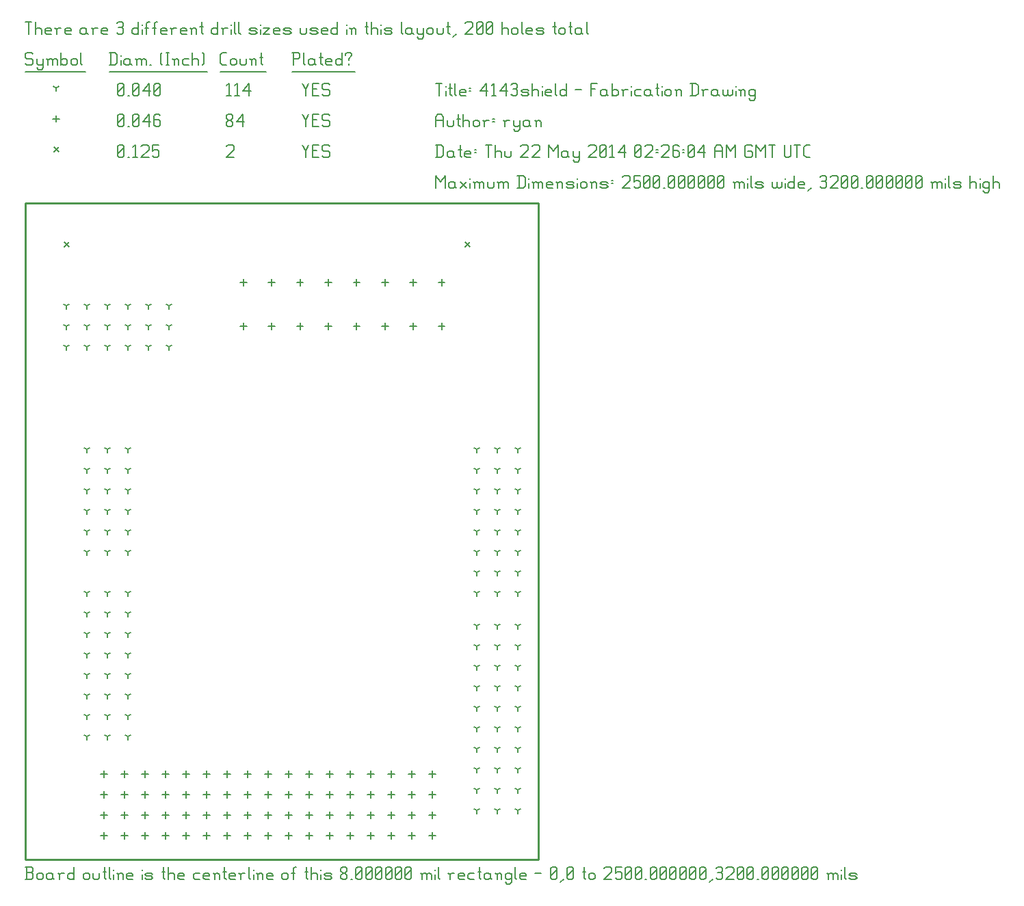
<source format=gbr>
G04 start of page 11 for group -3984 idx -3984 *
G04 Title: 4143shield, fab *
G04 Creator: pcb 20110918 *
G04 CreationDate: Thu 22 May 2014 02:26:04 AM GMT UTC *
G04 For: ryan *
G04 Format: Gerber/RS-274X *
G04 PCB-Dimensions: 250000 320000 *
G04 PCB-Coordinate-Origin: lower left *
%MOIN*%
%FSLAX25Y25*%
%LNFAB*%
%ADD47C,0.0100*%
%ADD46C,0.0075*%
%ADD45C,0.0060*%
%ADD44C,0.0080*%
G54D44*X214200Y301200D02*X216600Y298800D01*
X214200D02*X216600Y301200D01*
X18800D02*X21200Y298800D01*
X18800D02*X21200Y301200D01*
X13800Y347450D02*X16200Y345050D01*
X13800D02*X16200Y347450D01*
G54D45*X135000Y348500D02*X136500Y345500D01*
X138000Y348500D01*
X136500Y345500D02*Y342500D01*
X139800Y345800D02*X142050D01*
X139800Y342500D02*X142800D01*
X139800Y348500D02*Y342500D01*
Y348500D02*X142800D01*
X147600D02*X148350Y347750D01*
X145350Y348500D02*X147600D01*
X144600Y347750D02*X145350Y348500D01*
X144600Y347750D02*Y346250D01*
X145350Y345500D01*
X147600D01*
X148350Y344750D01*
Y343250D01*
X147600Y342500D02*X148350Y343250D01*
X145350Y342500D02*X147600D01*
X144600Y343250D02*X145350Y342500D01*
X98000Y347750D02*X98750Y348500D01*
X101000D01*
X101750Y347750D01*
Y346250D01*
X98000Y342500D02*X101750Y346250D01*
X98000Y342500D02*X101750D01*
X45000Y343250D02*X45750Y342500D01*
X45000Y347750D02*Y343250D01*
Y347750D02*X45750Y348500D01*
X47250D01*
X48000Y347750D01*
Y343250D01*
X47250Y342500D02*X48000Y343250D01*
X45750Y342500D02*X47250D01*
X45000Y344000D02*X48000Y347000D01*
X49800Y342500D02*X50550D01*
X52350Y347300D02*X53550Y348500D01*
Y342500D01*
X52350D02*X54600D01*
X56400Y347750D02*X57150Y348500D01*
X59400D01*
X60150Y347750D01*
Y346250D01*
X56400Y342500D02*X60150Y346250D01*
X56400Y342500D02*X60150D01*
X61950Y348500D02*X64950D01*
X61950D02*Y345500D01*
X62700Y346250D01*
X64200D01*
X64950Y345500D01*
Y343250D01*
X64200Y342500D02*X64950Y343250D01*
X62700Y342500D02*X64200D01*
X61950Y343250D02*X62700Y342500D01*
X106200Y283100D02*Y279900D01*
X104600Y281500D02*X107800D01*
X106200Y261600D02*Y258400D01*
X104600Y260000D02*X107800D01*
X120000Y283100D02*Y279900D01*
X118400Y281500D02*X121600D01*
X120000Y261600D02*Y258400D01*
X118400Y260000D02*X121600D01*
X133800Y283100D02*Y279900D01*
X132200Y281500D02*X135400D01*
X133800Y261600D02*Y258400D01*
X132200Y260000D02*X135400D01*
X147600Y283100D02*Y279900D01*
X146000Y281500D02*X149200D01*
X147600Y261600D02*Y258400D01*
X146000Y260000D02*X149200D01*
X161400Y283100D02*Y279900D01*
X159800Y281500D02*X163000D01*
X161400Y261600D02*Y258400D01*
X159800Y260000D02*X163000D01*
X175200Y283100D02*Y279900D01*
X173600Y281500D02*X176800D01*
X175200Y261600D02*Y258400D01*
X173600Y260000D02*X176800D01*
X189000Y283100D02*Y279900D01*
X187400Y281500D02*X190600D01*
X189000Y261600D02*Y258400D01*
X187400Y260000D02*X190600D01*
X202800Y283100D02*Y279900D01*
X201200Y281500D02*X204400D01*
X202800Y261600D02*Y258400D01*
X201200Y260000D02*X204400D01*
X198200Y33400D02*Y30200D01*
X196600Y31800D02*X199800D01*
X198200Y43400D02*Y40200D01*
X196600Y41800D02*X199800D01*
X188200Y33400D02*Y30200D01*
X186600Y31800D02*X189800D01*
X188200Y43400D02*Y40200D01*
X186600Y41800D02*X189800D01*
X178200Y33400D02*Y30200D01*
X176600Y31800D02*X179800D01*
X178200Y43400D02*Y40200D01*
X176600Y41800D02*X179800D01*
X168200Y33400D02*Y30200D01*
X166600Y31800D02*X169800D01*
X168200Y43400D02*Y40200D01*
X166600Y41800D02*X169800D01*
X158200Y33400D02*Y30200D01*
X156600Y31800D02*X159800D01*
X158200Y43400D02*Y40200D01*
X156600Y41800D02*X159800D01*
X148200Y33400D02*Y30200D01*
X146600Y31800D02*X149800D01*
X148200Y43400D02*Y40200D01*
X146600Y41800D02*X149800D01*
X138200Y33400D02*Y30200D01*
X136600Y31800D02*X139800D01*
X138200Y43400D02*Y40200D01*
X136600Y41800D02*X139800D01*
X128200Y33400D02*Y30200D01*
X126600Y31800D02*X129800D01*
X128200Y43400D02*Y40200D01*
X126600Y41800D02*X129800D01*
X118200Y33400D02*Y30200D01*
X116600Y31800D02*X119800D01*
X118200Y43400D02*Y40200D01*
X116600Y41800D02*X119800D01*
X108200Y33400D02*Y30200D01*
X106600Y31800D02*X109800D01*
X108200Y43400D02*Y40200D01*
X106600Y41800D02*X109800D01*
X98200Y33400D02*Y30200D01*
X96600Y31800D02*X99800D01*
X98200Y43400D02*Y40200D01*
X96600Y41800D02*X99800D01*
X88200Y33400D02*Y30200D01*
X86600Y31800D02*X89800D01*
X88200Y43400D02*Y40200D01*
X86600Y41800D02*X89800D01*
X78200Y33400D02*Y30200D01*
X76600Y31800D02*X79800D01*
X78200Y43400D02*Y40200D01*
X76600Y41800D02*X79800D01*
X68200Y33400D02*Y30200D01*
X66600Y31800D02*X69800D01*
X68200Y43400D02*Y40200D01*
X66600Y41800D02*X69800D01*
X58200Y33400D02*Y30200D01*
X56600Y31800D02*X59800D01*
X58200Y43400D02*Y40200D01*
X56600Y41800D02*X59800D01*
X48200Y33400D02*Y30200D01*
X46600Y31800D02*X49800D01*
X48200Y43400D02*Y40200D01*
X46600Y41800D02*X49800D01*
X38200Y33400D02*Y30200D01*
X36600Y31800D02*X39800D01*
X38200Y43400D02*Y40200D01*
X36600Y41800D02*X39800D01*
X198200Y13400D02*Y10200D01*
X196600Y11800D02*X199800D01*
X198200Y23400D02*Y20200D01*
X196600Y21800D02*X199800D01*
X188200Y13400D02*Y10200D01*
X186600Y11800D02*X189800D01*
X188200Y23400D02*Y20200D01*
X186600Y21800D02*X189800D01*
X178200Y13400D02*Y10200D01*
X176600Y11800D02*X179800D01*
X178200Y23400D02*Y20200D01*
X176600Y21800D02*X179800D01*
X168200Y13400D02*Y10200D01*
X166600Y11800D02*X169800D01*
X168200Y23400D02*Y20200D01*
X166600Y21800D02*X169800D01*
X158200Y13400D02*Y10200D01*
X156600Y11800D02*X159800D01*
X158200Y23400D02*Y20200D01*
X156600Y21800D02*X159800D01*
X148200Y13400D02*Y10200D01*
X146600Y11800D02*X149800D01*
X148200Y23400D02*Y20200D01*
X146600Y21800D02*X149800D01*
X138200Y13400D02*Y10200D01*
X136600Y11800D02*X139800D01*
X138200Y23400D02*Y20200D01*
X136600Y21800D02*X139800D01*
X128200Y13400D02*Y10200D01*
X126600Y11800D02*X129800D01*
X128200Y23400D02*Y20200D01*
X126600Y21800D02*X129800D01*
X118200Y13400D02*Y10200D01*
X116600Y11800D02*X119800D01*
X118200Y23400D02*Y20200D01*
X116600Y21800D02*X119800D01*
X108200Y13400D02*Y10200D01*
X106600Y11800D02*X109800D01*
X108200Y23400D02*Y20200D01*
X106600Y21800D02*X109800D01*
X98200Y13400D02*Y10200D01*
X96600Y11800D02*X99800D01*
X98200Y23400D02*Y20200D01*
X96600Y21800D02*X99800D01*
X88200Y13400D02*Y10200D01*
X86600Y11800D02*X89800D01*
X88200Y23400D02*Y20200D01*
X86600Y21800D02*X89800D01*
X78200Y13400D02*Y10200D01*
X76600Y11800D02*X79800D01*
X78200Y23400D02*Y20200D01*
X76600Y21800D02*X79800D01*
X68200Y13400D02*Y10200D01*
X66600Y11800D02*X69800D01*
X68200Y23400D02*Y20200D01*
X66600Y21800D02*X69800D01*
X58200Y13400D02*Y10200D01*
X56600Y11800D02*X59800D01*
X58200Y23400D02*Y20200D01*
X56600Y21800D02*X59800D01*
X48200Y13400D02*Y10200D01*
X46600Y11800D02*X49800D01*
X48200Y23400D02*Y20200D01*
X46600Y21800D02*X49800D01*
X38200Y13400D02*Y10200D01*
X36600Y11800D02*X39800D01*
X38200Y23400D02*Y20200D01*
X36600Y21800D02*X39800D01*
X15000Y362850D02*Y359650D01*
X13400Y361250D02*X16600D01*
X135000Y363500D02*X136500Y360500D01*
X138000Y363500D01*
X136500Y360500D02*Y357500D01*
X139800Y360800D02*X142050D01*
X139800Y357500D02*X142800D01*
X139800Y363500D02*Y357500D01*
Y363500D02*X142800D01*
X147600D02*X148350Y362750D01*
X145350Y363500D02*X147600D01*
X144600Y362750D02*X145350Y363500D01*
X144600Y362750D02*Y361250D01*
X145350Y360500D01*
X147600D01*
X148350Y359750D01*
Y358250D01*
X147600Y357500D02*X148350Y358250D01*
X145350Y357500D02*X147600D01*
X144600Y358250D02*X145350Y357500D01*
X98000Y358250D02*X98750Y357500D01*
X98000Y359450D02*Y358250D01*
Y359450D02*X99050Y360500D01*
X99950D01*
X101000Y359450D01*
Y358250D01*
X100250Y357500D02*X101000Y358250D01*
X98750Y357500D02*X100250D01*
X98000Y361550D02*X99050Y360500D01*
X98000Y362750D02*Y361550D01*
Y362750D02*X98750Y363500D01*
X100250D01*
X101000Y362750D01*
Y361550D01*
X99950Y360500D02*X101000Y361550D01*
X102800Y359750D02*X105800Y363500D01*
X102800Y359750D02*X106550D01*
X105800Y363500D02*Y357500D01*
X45000Y358250D02*X45750Y357500D01*
X45000Y362750D02*Y358250D01*
Y362750D02*X45750Y363500D01*
X47250D01*
X48000Y362750D01*
Y358250D01*
X47250Y357500D02*X48000Y358250D01*
X45750Y357500D02*X47250D01*
X45000Y359000D02*X48000Y362000D01*
X49800Y357500D02*X50550D01*
X52350Y358250D02*X53100Y357500D01*
X52350Y362750D02*Y358250D01*
Y362750D02*X53100Y363500D01*
X54600D01*
X55350Y362750D01*
Y358250D01*
X54600Y357500D02*X55350Y358250D01*
X53100Y357500D02*X54600D01*
X52350Y359000D02*X55350Y362000D01*
X57150Y359750D02*X60150Y363500D01*
X57150Y359750D02*X60900D01*
X60150Y363500D02*Y357500D01*
X64950Y363500D02*X65700Y362750D01*
X63450Y363500D02*X64950D01*
X62700Y362750D02*X63450Y363500D01*
X62700Y362750D02*Y358250D01*
X63450Y357500D01*
X64950Y360800D02*X65700Y360050D01*
X62700Y360800D02*X64950D01*
X63450Y357500D02*X64950D01*
X65700Y358250D01*
Y360050D02*Y358250D01*
X20000Y250000D02*Y248400D01*
Y250000D02*X21387Y250800D01*
X20000Y250000D02*X18613Y250800D01*
X20000Y260000D02*Y258400D01*
Y260000D02*X21387Y260800D01*
X20000Y260000D02*X18613Y260800D01*
X20000Y270000D02*Y268400D01*
Y270000D02*X21387Y270800D01*
X20000Y270000D02*X18613Y270800D01*
X30000Y250000D02*Y248400D01*
Y250000D02*X31387Y250800D01*
X30000Y250000D02*X28613Y250800D01*
X30000Y260000D02*Y258400D01*
Y260000D02*X31387Y260800D01*
X30000Y260000D02*X28613Y260800D01*
X30000Y270000D02*Y268400D01*
Y270000D02*X31387Y270800D01*
X30000Y270000D02*X28613Y270800D01*
X40000Y250000D02*Y248400D01*
Y250000D02*X41387Y250800D01*
X40000Y250000D02*X38613Y250800D01*
X40000Y260000D02*Y258400D01*
Y260000D02*X41387Y260800D01*
X40000Y260000D02*X38613Y260800D01*
X40000Y270000D02*Y268400D01*
Y270000D02*X41387Y270800D01*
X40000Y270000D02*X38613Y270800D01*
X50000Y250000D02*Y248400D01*
Y250000D02*X51387Y250800D01*
X50000Y250000D02*X48613Y250800D01*
X50000Y260000D02*Y258400D01*
Y260000D02*X51387Y260800D01*
X50000Y260000D02*X48613Y260800D01*
X50000Y270000D02*Y268400D01*
Y270000D02*X51387Y270800D01*
X50000Y270000D02*X48613Y270800D01*
X60000Y250000D02*Y248400D01*
Y250000D02*X61387Y250800D01*
X60000Y250000D02*X58613Y250800D01*
X60000Y260000D02*Y258400D01*
Y260000D02*X61387Y260800D01*
X60000Y260000D02*X58613Y260800D01*
X60000Y270000D02*Y268400D01*
Y270000D02*X61387Y270800D01*
X60000Y270000D02*X58613Y270800D01*
X70000Y250000D02*Y248400D01*
Y250000D02*X71387Y250800D01*
X70000Y250000D02*X68613Y250800D01*
X70000Y260000D02*Y258400D01*
Y260000D02*X71387Y260800D01*
X70000Y260000D02*X68613Y260800D01*
X70000Y270000D02*Y268400D01*
Y270000D02*X71387Y270800D01*
X70000Y270000D02*X68613Y270800D01*
X230000Y200000D02*Y198400D01*
Y200000D02*X231387Y200800D01*
X230000Y200000D02*X228613Y200800D01*
X230000Y190000D02*Y188400D01*
Y190000D02*X231387Y190800D01*
X230000Y190000D02*X228613Y190800D01*
X230000Y180000D02*Y178400D01*
Y180000D02*X231387Y180800D01*
X230000Y180000D02*X228613Y180800D01*
X230000Y170000D02*Y168400D01*
Y170000D02*X231387Y170800D01*
X230000Y170000D02*X228613Y170800D01*
X230000Y160000D02*Y158400D01*
Y160000D02*X231387Y160800D01*
X230000Y160000D02*X228613Y160800D01*
X230000Y150000D02*Y148400D01*
Y150000D02*X231387Y150800D01*
X230000Y150000D02*X228613Y150800D01*
X230000Y140000D02*Y138400D01*
Y140000D02*X231387Y140800D01*
X230000Y140000D02*X228613Y140800D01*
X230000Y130000D02*Y128400D01*
Y130000D02*X231387Y130800D01*
X230000Y130000D02*X228613Y130800D01*
X230000Y114000D02*Y112400D01*
Y114000D02*X231387Y114800D01*
X230000Y114000D02*X228613Y114800D01*
X230000Y104000D02*Y102400D01*
Y104000D02*X231387Y104800D01*
X230000Y104000D02*X228613Y104800D01*
X230000Y94000D02*Y92400D01*
Y94000D02*X231387Y94800D01*
X230000Y94000D02*X228613Y94800D01*
X230000Y84000D02*Y82400D01*
Y84000D02*X231387Y84800D01*
X230000Y84000D02*X228613Y84800D01*
X230000Y74000D02*Y72400D01*
Y74000D02*X231387Y74800D01*
X230000Y74000D02*X228613Y74800D01*
X230000Y64000D02*Y62400D01*
Y64000D02*X231387Y64800D01*
X230000Y64000D02*X228613Y64800D01*
X230000Y54000D02*Y52400D01*
Y54000D02*X231387Y54800D01*
X230000Y54000D02*X228613Y54800D01*
X230000Y44000D02*Y42400D01*
Y44000D02*X231387Y44800D01*
X230000Y44000D02*X228613Y44800D01*
X230000Y34000D02*Y32400D01*
Y34000D02*X231387Y34800D01*
X230000Y34000D02*X228613Y34800D01*
X230000Y24000D02*Y22400D01*
Y24000D02*X231387Y24800D01*
X230000Y24000D02*X228613Y24800D01*
X40000Y60000D02*Y58400D01*
Y60000D02*X41387Y60800D01*
X40000Y60000D02*X38613Y60800D01*
X40000Y70000D02*Y68400D01*
Y70000D02*X41387Y70800D01*
X40000Y70000D02*X38613Y70800D01*
X40000Y80000D02*Y78400D01*
Y80000D02*X41387Y80800D01*
X40000Y80000D02*X38613Y80800D01*
X40000Y90000D02*Y88400D01*
Y90000D02*X41387Y90800D01*
X40000Y90000D02*X38613Y90800D01*
X40000Y100000D02*Y98400D01*
Y100000D02*X41387Y100800D01*
X40000Y100000D02*X38613Y100800D01*
X40000Y110000D02*Y108400D01*
Y110000D02*X41387Y110800D01*
X40000Y110000D02*X38613Y110800D01*
X40000Y120000D02*Y118400D01*
Y120000D02*X41387Y120800D01*
X40000Y120000D02*X38613Y120800D01*
X40000Y130000D02*Y128400D01*
Y130000D02*X41387Y130800D01*
X40000Y130000D02*X38613Y130800D01*
X40000Y150000D02*Y148400D01*
Y150000D02*X41387Y150800D01*
X40000Y150000D02*X38613Y150800D01*
X40000Y160000D02*Y158400D01*
Y160000D02*X41387Y160800D01*
X40000Y160000D02*X38613Y160800D01*
X40000Y170000D02*Y168400D01*
Y170000D02*X41387Y170800D01*
X40000Y170000D02*X38613Y170800D01*
X40000Y180000D02*Y178400D01*
Y180000D02*X41387Y180800D01*
X40000Y180000D02*X38613Y180800D01*
X40000Y190000D02*Y188400D01*
Y190000D02*X41387Y190800D01*
X40000Y190000D02*X38613Y190800D01*
X40000Y200000D02*Y198400D01*
Y200000D02*X41387Y200800D01*
X40000Y200000D02*X38613Y200800D01*
X220000Y200000D02*Y198400D01*
Y200000D02*X221387Y200800D01*
X220000Y200000D02*X218613Y200800D01*
X220000Y190000D02*Y188400D01*
Y190000D02*X221387Y190800D01*
X220000Y190000D02*X218613Y190800D01*
X220000Y180000D02*Y178400D01*
Y180000D02*X221387Y180800D01*
X220000Y180000D02*X218613Y180800D01*
X220000Y170000D02*Y168400D01*
Y170000D02*X221387Y170800D01*
X220000Y170000D02*X218613Y170800D01*
X220000Y160000D02*Y158400D01*
Y160000D02*X221387Y160800D01*
X220000Y160000D02*X218613Y160800D01*
X220000Y150000D02*Y148400D01*
Y150000D02*X221387Y150800D01*
X220000Y150000D02*X218613Y150800D01*
X220000Y140000D02*Y138400D01*
Y140000D02*X221387Y140800D01*
X220000Y140000D02*X218613Y140800D01*
X220000Y130000D02*Y128400D01*
Y130000D02*X221387Y130800D01*
X220000Y130000D02*X218613Y130800D01*
X220000Y114000D02*Y112400D01*
Y114000D02*X221387Y114800D01*
X220000Y114000D02*X218613Y114800D01*
X220000Y104000D02*Y102400D01*
Y104000D02*X221387Y104800D01*
X220000Y104000D02*X218613Y104800D01*
X220000Y94000D02*Y92400D01*
Y94000D02*X221387Y94800D01*
X220000Y94000D02*X218613Y94800D01*
X220000Y84000D02*Y82400D01*
Y84000D02*X221387Y84800D01*
X220000Y84000D02*X218613Y84800D01*
X220000Y74000D02*Y72400D01*
Y74000D02*X221387Y74800D01*
X220000Y74000D02*X218613Y74800D01*
X220000Y64000D02*Y62400D01*
Y64000D02*X221387Y64800D01*
X220000Y64000D02*X218613Y64800D01*
X220000Y54000D02*Y52400D01*
Y54000D02*X221387Y54800D01*
X220000Y54000D02*X218613Y54800D01*
X220000Y44000D02*Y42400D01*
Y44000D02*X221387Y44800D01*
X220000Y44000D02*X218613Y44800D01*
X220000Y34000D02*Y32400D01*
Y34000D02*X221387Y34800D01*
X220000Y34000D02*X218613Y34800D01*
X220000Y24000D02*Y22400D01*
Y24000D02*X221387Y24800D01*
X220000Y24000D02*X218613Y24800D01*
X30000Y60000D02*Y58400D01*
Y60000D02*X31387Y60800D01*
X30000Y60000D02*X28613Y60800D01*
X30000Y70000D02*Y68400D01*
Y70000D02*X31387Y70800D01*
X30000Y70000D02*X28613Y70800D01*
X30000Y80000D02*Y78400D01*
Y80000D02*X31387Y80800D01*
X30000Y80000D02*X28613Y80800D01*
X30000Y90000D02*Y88400D01*
Y90000D02*X31387Y90800D01*
X30000Y90000D02*X28613Y90800D01*
X30000Y100000D02*Y98400D01*
Y100000D02*X31387Y100800D01*
X30000Y100000D02*X28613Y100800D01*
X30000Y110000D02*Y108400D01*
Y110000D02*X31387Y110800D01*
X30000Y110000D02*X28613Y110800D01*
X30000Y120000D02*Y118400D01*
Y120000D02*X31387Y120800D01*
X30000Y120000D02*X28613Y120800D01*
X30000Y130000D02*Y128400D01*
Y130000D02*X31387Y130800D01*
X30000Y130000D02*X28613Y130800D01*
X30000Y150000D02*Y148400D01*
Y150000D02*X31387Y150800D01*
X30000Y150000D02*X28613Y150800D01*
X30000Y160000D02*Y158400D01*
Y160000D02*X31387Y160800D01*
X30000Y160000D02*X28613Y160800D01*
X30000Y170000D02*Y168400D01*
Y170000D02*X31387Y170800D01*
X30000Y170000D02*X28613Y170800D01*
X30000Y180000D02*Y178400D01*
Y180000D02*X31387Y180800D01*
X30000Y180000D02*X28613Y180800D01*
X30000Y190000D02*Y188400D01*
Y190000D02*X31387Y190800D01*
X30000Y190000D02*X28613Y190800D01*
X30000Y200000D02*Y198400D01*
Y200000D02*X31387Y200800D01*
X30000Y200000D02*X28613Y200800D01*
X240000Y200000D02*Y198400D01*
Y200000D02*X241387Y200800D01*
X240000Y200000D02*X238613Y200800D01*
X240000Y190000D02*Y188400D01*
Y190000D02*X241387Y190800D01*
X240000Y190000D02*X238613Y190800D01*
X240000Y180000D02*Y178400D01*
Y180000D02*X241387Y180800D01*
X240000Y180000D02*X238613Y180800D01*
X240000Y170000D02*Y168400D01*
Y170000D02*X241387Y170800D01*
X240000Y170000D02*X238613Y170800D01*
X240000Y160000D02*Y158400D01*
Y160000D02*X241387Y160800D01*
X240000Y160000D02*X238613Y160800D01*
X240000Y150000D02*Y148400D01*
Y150000D02*X241387Y150800D01*
X240000Y150000D02*X238613Y150800D01*
X240000Y140000D02*Y138400D01*
Y140000D02*X241387Y140800D01*
X240000Y140000D02*X238613Y140800D01*
X240000Y130000D02*Y128400D01*
Y130000D02*X241387Y130800D01*
X240000Y130000D02*X238613Y130800D01*
X240000Y114000D02*Y112400D01*
Y114000D02*X241387Y114800D01*
X240000Y114000D02*X238613Y114800D01*
X240000Y104000D02*Y102400D01*
Y104000D02*X241387Y104800D01*
X240000Y104000D02*X238613Y104800D01*
X240000Y94000D02*Y92400D01*
Y94000D02*X241387Y94800D01*
X240000Y94000D02*X238613Y94800D01*
X240000Y84000D02*Y82400D01*
Y84000D02*X241387Y84800D01*
X240000Y84000D02*X238613Y84800D01*
X240000Y74000D02*Y72400D01*
Y74000D02*X241387Y74800D01*
X240000Y74000D02*X238613Y74800D01*
X240000Y64000D02*Y62400D01*
Y64000D02*X241387Y64800D01*
X240000Y64000D02*X238613Y64800D01*
X240000Y54000D02*Y52400D01*
Y54000D02*X241387Y54800D01*
X240000Y54000D02*X238613Y54800D01*
X240000Y44000D02*Y42400D01*
Y44000D02*X241387Y44800D01*
X240000Y44000D02*X238613Y44800D01*
X240000Y34000D02*Y32400D01*
Y34000D02*X241387Y34800D01*
X240000Y34000D02*X238613Y34800D01*
X240000Y24000D02*Y22400D01*
Y24000D02*X241387Y24800D01*
X240000Y24000D02*X238613Y24800D01*
X50000Y60000D02*Y58400D01*
Y60000D02*X51387Y60800D01*
X50000Y60000D02*X48613Y60800D01*
X50000Y70000D02*Y68400D01*
Y70000D02*X51387Y70800D01*
X50000Y70000D02*X48613Y70800D01*
X50000Y80000D02*Y78400D01*
Y80000D02*X51387Y80800D01*
X50000Y80000D02*X48613Y80800D01*
X50000Y90000D02*Y88400D01*
Y90000D02*X51387Y90800D01*
X50000Y90000D02*X48613Y90800D01*
X50000Y100000D02*Y98400D01*
Y100000D02*X51387Y100800D01*
X50000Y100000D02*X48613Y100800D01*
X50000Y110000D02*Y108400D01*
Y110000D02*X51387Y110800D01*
X50000Y110000D02*X48613Y110800D01*
X50000Y120000D02*Y118400D01*
Y120000D02*X51387Y120800D01*
X50000Y120000D02*X48613Y120800D01*
X50000Y130000D02*Y128400D01*
Y130000D02*X51387Y130800D01*
X50000Y130000D02*X48613Y130800D01*
X50000Y150000D02*Y148400D01*
Y150000D02*X51387Y150800D01*
X50000Y150000D02*X48613Y150800D01*
X50000Y160000D02*Y158400D01*
Y160000D02*X51387Y160800D01*
X50000Y160000D02*X48613Y160800D01*
X50000Y170000D02*Y168400D01*
Y170000D02*X51387Y170800D01*
X50000Y170000D02*X48613Y170800D01*
X50000Y180000D02*Y178400D01*
Y180000D02*X51387Y180800D01*
X50000Y180000D02*X48613Y180800D01*
X50000Y190000D02*Y188400D01*
Y190000D02*X51387Y190800D01*
X50000Y190000D02*X48613Y190800D01*
X50000Y200000D02*Y198400D01*
Y200000D02*X51387Y200800D01*
X50000Y200000D02*X48613Y200800D01*
X15000Y376250D02*Y374650D01*
Y376250D02*X16387Y377050D01*
X15000Y376250D02*X13613Y377050D01*
X135000Y378500D02*X136500Y375500D01*
X138000Y378500D01*
X136500Y375500D02*Y372500D01*
X139800Y375800D02*X142050D01*
X139800Y372500D02*X142800D01*
X139800Y378500D02*Y372500D01*
Y378500D02*X142800D01*
X147600D02*X148350Y377750D01*
X145350Y378500D02*X147600D01*
X144600Y377750D02*X145350Y378500D01*
X144600Y377750D02*Y376250D01*
X145350Y375500D01*
X147600D01*
X148350Y374750D01*
Y373250D01*
X147600Y372500D02*X148350Y373250D01*
X145350Y372500D02*X147600D01*
X144600Y373250D02*X145350Y372500D01*
X98000Y377300D02*X99200Y378500D01*
Y372500D01*
X98000D02*X100250D01*
X102050Y377300D02*X103250Y378500D01*
Y372500D01*
X102050D02*X104300D01*
X106100Y374750D02*X109100Y378500D01*
X106100Y374750D02*X109850D01*
X109100Y378500D02*Y372500D01*
X45000Y373250D02*X45750Y372500D01*
X45000Y377750D02*Y373250D01*
Y377750D02*X45750Y378500D01*
X47250D01*
X48000Y377750D01*
Y373250D01*
X47250Y372500D02*X48000Y373250D01*
X45750Y372500D02*X47250D01*
X45000Y374000D02*X48000Y377000D01*
X49800Y372500D02*X50550D01*
X52350Y373250D02*X53100Y372500D01*
X52350Y377750D02*Y373250D01*
Y377750D02*X53100Y378500D01*
X54600D01*
X55350Y377750D01*
Y373250D01*
X54600Y372500D02*X55350Y373250D01*
X53100Y372500D02*X54600D01*
X52350Y374000D02*X55350Y377000D01*
X57150Y374750D02*X60150Y378500D01*
X57150Y374750D02*X60900D01*
X60150Y378500D02*Y372500D01*
X62700Y373250D02*X63450Y372500D01*
X62700Y377750D02*Y373250D01*
Y377750D02*X63450Y378500D01*
X64950D01*
X65700Y377750D01*
Y373250D01*
X64950Y372500D02*X65700Y373250D01*
X63450Y372500D02*X64950D01*
X62700Y374000D02*X65700Y377000D01*
X3000Y393500D02*X3750Y392750D01*
X750Y393500D02*X3000D01*
X0Y392750D02*X750Y393500D01*
X0Y392750D02*Y391250D01*
X750Y390500D01*
X3000D01*
X3750Y389750D01*
Y388250D01*
X3000Y387500D02*X3750Y388250D01*
X750Y387500D02*X3000D01*
X0Y388250D02*X750Y387500D01*
X5550Y390500D02*Y388250D01*
X6300Y387500D01*
X8550Y390500D02*Y386000D01*
X7800Y385250D02*X8550Y386000D01*
X6300Y385250D02*X7800D01*
X5550Y386000D02*X6300Y385250D01*
Y387500D02*X7800D01*
X8550Y388250D01*
X11100Y389750D02*Y387500D01*
Y389750D02*X11850Y390500D01*
X12600D01*
X13350Y389750D01*
Y387500D01*
Y389750D02*X14100Y390500D01*
X14850D01*
X15600Y389750D01*
Y387500D01*
X10350Y390500D02*X11100Y389750D01*
X17400Y393500D02*Y387500D01*
Y388250D02*X18150Y387500D01*
X19650D01*
X20400Y388250D01*
Y389750D02*Y388250D01*
X19650Y390500D02*X20400Y389750D01*
X18150Y390500D02*X19650D01*
X17400Y389750D02*X18150Y390500D01*
X22200Y389750D02*Y388250D01*
Y389750D02*X22950Y390500D01*
X24450D01*
X25200Y389750D01*
Y388250D01*
X24450Y387500D02*X25200Y388250D01*
X22950Y387500D02*X24450D01*
X22200Y388250D02*X22950Y387500D01*
X27000Y393500D02*Y388250D01*
X27750Y387500D01*
X0Y384250D02*X29250D01*
X41750Y393500D02*Y387500D01*
X43700Y393500D02*X44750Y392450D01*
Y388550D01*
X43700Y387500D02*X44750Y388550D01*
X41000Y387500D02*X43700D01*
X41000Y393500D02*X43700D01*
G54D46*X46550Y392000D02*Y391850D01*
G54D45*Y389750D02*Y387500D01*
X50300Y390500D02*X51050Y389750D01*
X48800Y390500D02*X50300D01*
X48050Y389750D02*X48800Y390500D01*
X48050Y389750D02*Y388250D01*
X48800Y387500D01*
X51050Y390500D02*Y388250D01*
X51800Y387500D01*
X48800D02*X50300D01*
X51050Y388250D01*
X54350Y389750D02*Y387500D01*
Y389750D02*X55100Y390500D01*
X55850D01*
X56600Y389750D01*
Y387500D01*
Y389750D02*X57350Y390500D01*
X58100D01*
X58850Y389750D01*
Y387500D01*
X53600Y390500D02*X54350Y389750D01*
X60650Y387500D02*X61400D01*
X65900Y388250D02*X66650Y387500D01*
X65900Y392750D02*X66650Y393500D01*
X65900Y392750D02*Y388250D01*
X68450Y393500D02*X69950D01*
X69200D02*Y387500D01*
X68450D02*X69950D01*
X72500Y389750D02*Y387500D01*
Y389750D02*X73250Y390500D01*
X74000D01*
X74750Y389750D01*
Y387500D01*
X71750Y390500D02*X72500Y389750D01*
X77300Y390500D02*X79550D01*
X76550Y389750D02*X77300Y390500D01*
X76550Y389750D02*Y388250D01*
X77300Y387500D01*
X79550D01*
X81350Y393500D02*Y387500D01*
Y389750D02*X82100Y390500D01*
X83600D01*
X84350Y389750D01*
Y387500D01*
X86150Y393500D02*X86900Y392750D01*
Y388250D01*
X86150Y387500D02*X86900Y388250D01*
X41000Y384250D02*X88700D01*
X96050Y387500D02*X98000D01*
X95000Y388550D02*X96050Y387500D01*
X95000Y392450D02*Y388550D01*
Y392450D02*X96050Y393500D01*
X98000D01*
X99800Y389750D02*Y388250D01*
Y389750D02*X100550Y390500D01*
X102050D01*
X102800Y389750D01*
Y388250D01*
X102050Y387500D02*X102800Y388250D01*
X100550Y387500D02*X102050D01*
X99800Y388250D02*X100550Y387500D01*
X104600Y390500D02*Y388250D01*
X105350Y387500D01*
X106850D01*
X107600Y388250D01*
Y390500D02*Y388250D01*
X110150Y389750D02*Y387500D01*
Y389750D02*X110900Y390500D01*
X111650D01*
X112400Y389750D01*
Y387500D01*
X109400Y390500D02*X110150Y389750D01*
X114950Y393500D02*Y388250D01*
X115700Y387500D01*
X114200Y391250D02*X115700D01*
X95000Y384250D02*X117200D01*
X130750Y393500D02*Y387500D01*
X130000Y393500D02*X133000D01*
X133750Y392750D01*
Y391250D01*
X133000Y390500D02*X133750Y391250D01*
X130750Y390500D02*X133000D01*
X135550Y393500D02*Y388250D01*
X136300Y387500D01*
X140050Y390500D02*X140800Y389750D01*
X138550Y390500D02*X140050D01*
X137800Y389750D02*X138550Y390500D01*
X137800Y389750D02*Y388250D01*
X138550Y387500D01*
X140800Y390500D02*Y388250D01*
X141550Y387500D01*
X138550D02*X140050D01*
X140800Y388250D01*
X144100Y393500D02*Y388250D01*
X144850Y387500D01*
X143350Y391250D02*X144850D01*
X147100Y387500D02*X149350D01*
X146350Y388250D02*X147100Y387500D01*
X146350Y389750D02*Y388250D01*
Y389750D02*X147100Y390500D01*
X148600D01*
X149350Y389750D01*
X146350Y389000D02*X149350D01*
Y389750D02*Y389000D01*
X154150Y393500D02*Y387500D01*
X153400D02*X154150Y388250D01*
X151900Y387500D02*X153400D01*
X151150Y388250D02*X151900Y387500D01*
X151150Y389750D02*Y388250D01*
Y389750D02*X151900Y390500D01*
X153400D01*
X154150Y389750D01*
X157450Y390500D02*Y389750D01*
Y388250D02*Y387500D01*
X155950Y392750D02*Y392000D01*
Y392750D02*X156700Y393500D01*
X158200D01*
X158950Y392750D01*
Y392000D01*
X157450Y390500D02*X158950Y392000D01*
X130000Y384250D02*X160750D01*
X0Y408500D02*X3000D01*
X1500D02*Y402500D01*
X4800Y408500D02*Y402500D01*
Y404750D02*X5550Y405500D01*
X7050D01*
X7800Y404750D01*
Y402500D01*
X10350D02*X12600D01*
X9600Y403250D02*X10350Y402500D01*
X9600Y404750D02*Y403250D01*
Y404750D02*X10350Y405500D01*
X11850D01*
X12600Y404750D01*
X9600Y404000D02*X12600D01*
Y404750D02*Y404000D01*
X15150Y404750D02*Y402500D01*
Y404750D02*X15900Y405500D01*
X17400D01*
X14400D02*X15150Y404750D01*
X19950Y402500D02*X22200D01*
X19200Y403250D02*X19950Y402500D01*
X19200Y404750D02*Y403250D01*
Y404750D02*X19950Y405500D01*
X21450D01*
X22200Y404750D01*
X19200Y404000D02*X22200D01*
Y404750D02*Y404000D01*
X28950Y405500D02*X29700Y404750D01*
X27450Y405500D02*X28950D01*
X26700Y404750D02*X27450Y405500D01*
X26700Y404750D02*Y403250D01*
X27450Y402500D01*
X29700Y405500D02*Y403250D01*
X30450Y402500D01*
X27450D02*X28950D01*
X29700Y403250D01*
X33000Y404750D02*Y402500D01*
Y404750D02*X33750Y405500D01*
X35250D01*
X32250D02*X33000Y404750D01*
X37800Y402500D02*X40050D01*
X37050Y403250D02*X37800Y402500D01*
X37050Y404750D02*Y403250D01*
Y404750D02*X37800Y405500D01*
X39300D01*
X40050Y404750D01*
X37050Y404000D02*X40050D01*
Y404750D02*Y404000D01*
X44550Y407750D02*X45300Y408500D01*
X46800D01*
X47550Y407750D01*
X46800Y402500D02*X47550Y403250D01*
X45300Y402500D02*X46800D01*
X44550Y403250D02*X45300Y402500D01*
Y405800D02*X46800D01*
X47550Y407750D02*Y406550D01*
Y405050D02*Y403250D01*
Y405050D02*X46800Y405800D01*
X47550Y406550D02*X46800Y405800D01*
X55050Y408500D02*Y402500D01*
X54300D02*X55050Y403250D01*
X52800Y402500D02*X54300D01*
X52050Y403250D02*X52800Y402500D01*
X52050Y404750D02*Y403250D01*
Y404750D02*X52800Y405500D01*
X54300D01*
X55050Y404750D01*
G54D46*X56850Y407000D02*Y406850D01*
G54D45*Y404750D02*Y402500D01*
X59100Y407750D02*Y402500D01*
Y407750D02*X59850Y408500D01*
X60600D01*
X58350Y405500D02*X59850D01*
X62850Y407750D02*Y402500D01*
Y407750D02*X63600Y408500D01*
X64350D01*
X62100Y405500D02*X63600D01*
X66600Y402500D02*X68850D01*
X65850Y403250D02*X66600Y402500D01*
X65850Y404750D02*Y403250D01*
Y404750D02*X66600Y405500D01*
X68100D01*
X68850Y404750D01*
X65850Y404000D02*X68850D01*
Y404750D02*Y404000D01*
X71400Y404750D02*Y402500D01*
Y404750D02*X72150Y405500D01*
X73650D01*
X70650D02*X71400Y404750D01*
X76200Y402500D02*X78450D01*
X75450Y403250D02*X76200Y402500D01*
X75450Y404750D02*Y403250D01*
Y404750D02*X76200Y405500D01*
X77700D01*
X78450Y404750D01*
X75450Y404000D02*X78450D01*
Y404750D02*Y404000D01*
X81000Y404750D02*Y402500D01*
Y404750D02*X81750Y405500D01*
X82500D01*
X83250Y404750D01*
Y402500D01*
X80250Y405500D02*X81000Y404750D01*
X85800Y408500D02*Y403250D01*
X86550Y402500D01*
X85050Y406250D02*X86550D01*
X93750Y408500D02*Y402500D01*
X93000D02*X93750Y403250D01*
X91500Y402500D02*X93000D01*
X90750Y403250D02*X91500Y402500D01*
X90750Y404750D02*Y403250D01*
Y404750D02*X91500Y405500D01*
X93000D01*
X93750Y404750D01*
X96300D02*Y402500D01*
Y404750D02*X97050Y405500D01*
X98550D01*
X95550D02*X96300Y404750D01*
G54D46*X100350Y407000D02*Y406850D01*
G54D45*Y404750D02*Y402500D01*
X101850Y408500D02*Y403250D01*
X102600Y402500D01*
X104100Y408500D02*Y403250D01*
X104850Y402500D01*
X109800D02*X112050D01*
X112800Y403250D01*
X112050Y404000D02*X112800Y403250D01*
X109800Y404000D02*X112050D01*
X109050Y404750D02*X109800Y404000D01*
X109050Y404750D02*X109800Y405500D01*
X112050D01*
X112800Y404750D01*
X109050Y403250D02*X109800Y402500D01*
G54D46*X114600Y407000D02*Y406850D01*
G54D45*Y404750D02*Y402500D01*
X116100Y405500D02*X119100D01*
X116100Y402500D02*X119100Y405500D01*
X116100Y402500D02*X119100D01*
X121650D02*X123900D01*
X120900Y403250D02*X121650Y402500D01*
X120900Y404750D02*Y403250D01*
Y404750D02*X121650Y405500D01*
X123150D01*
X123900Y404750D01*
X120900Y404000D02*X123900D01*
Y404750D02*Y404000D01*
X126450Y402500D02*X128700D01*
X129450Y403250D01*
X128700Y404000D02*X129450Y403250D01*
X126450Y404000D02*X128700D01*
X125700Y404750D02*X126450Y404000D01*
X125700Y404750D02*X126450Y405500D01*
X128700D01*
X129450Y404750D01*
X125700Y403250D02*X126450Y402500D01*
X133950Y405500D02*Y403250D01*
X134700Y402500D01*
X136200D01*
X136950Y403250D01*
Y405500D02*Y403250D01*
X139500Y402500D02*X141750D01*
X142500Y403250D01*
X141750Y404000D02*X142500Y403250D01*
X139500Y404000D02*X141750D01*
X138750Y404750D02*X139500Y404000D01*
X138750Y404750D02*X139500Y405500D01*
X141750D01*
X142500Y404750D01*
X138750Y403250D02*X139500Y402500D01*
X145050D02*X147300D01*
X144300Y403250D02*X145050Y402500D01*
X144300Y404750D02*Y403250D01*
Y404750D02*X145050Y405500D01*
X146550D01*
X147300Y404750D01*
X144300Y404000D02*X147300D01*
Y404750D02*Y404000D01*
X152100Y408500D02*Y402500D01*
X151350D02*X152100Y403250D01*
X149850Y402500D02*X151350D01*
X149100Y403250D02*X149850Y402500D01*
X149100Y404750D02*Y403250D01*
Y404750D02*X149850Y405500D01*
X151350D01*
X152100Y404750D01*
G54D46*X156600Y407000D02*Y406850D01*
G54D45*Y404750D02*Y402500D01*
X158850Y404750D02*Y402500D01*
Y404750D02*X159600Y405500D01*
X160350D01*
X161100Y404750D01*
Y402500D01*
X158100Y405500D02*X158850Y404750D01*
X166350Y408500D02*Y403250D01*
X167100Y402500D01*
X165600Y406250D02*X167100D01*
X168600Y408500D02*Y402500D01*
Y404750D02*X169350Y405500D01*
X170850D01*
X171600Y404750D01*
Y402500D01*
G54D46*X173400Y407000D02*Y406850D01*
G54D45*Y404750D02*Y402500D01*
X175650D02*X177900D01*
X178650Y403250D01*
X177900Y404000D02*X178650Y403250D01*
X175650Y404000D02*X177900D01*
X174900Y404750D02*X175650Y404000D01*
X174900Y404750D02*X175650Y405500D01*
X177900D01*
X178650Y404750D01*
X174900Y403250D02*X175650Y402500D01*
X183150Y408500D02*Y403250D01*
X183900Y402500D01*
X187650Y405500D02*X188400Y404750D01*
X186150Y405500D02*X187650D01*
X185400Y404750D02*X186150Y405500D01*
X185400Y404750D02*Y403250D01*
X186150Y402500D01*
X188400Y405500D02*Y403250D01*
X189150Y402500D01*
X186150D02*X187650D01*
X188400Y403250D01*
X190950Y405500D02*Y403250D01*
X191700Y402500D01*
X193950Y405500D02*Y401000D01*
X193200Y400250D02*X193950Y401000D01*
X191700Y400250D02*X193200D01*
X190950Y401000D02*X191700Y400250D01*
Y402500D02*X193200D01*
X193950Y403250D01*
X195750Y404750D02*Y403250D01*
Y404750D02*X196500Y405500D01*
X198000D01*
X198750Y404750D01*
Y403250D01*
X198000Y402500D02*X198750Y403250D01*
X196500Y402500D02*X198000D01*
X195750Y403250D02*X196500Y402500D01*
X200550Y405500D02*Y403250D01*
X201300Y402500D01*
X202800D01*
X203550Y403250D01*
Y405500D02*Y403250D01*
X206100Y408500D02*Y403250D01*
X206850Y402500D01*
X205350Y406250D02*X206850D01*
X208350Y401000D02*X209850Y402500D01*
X214350Y407750D02*X215100Y408500D01*
X217350D01*
X218100Y407750D01*
Y406250D01*
X214350Y402500D02*X218100Y406250D01*
X214350Y402500D02*X218100D01*
X219900Y403250D02*X220650Y402500D01*
X219900Y407750D02*Y403250D01*
Y407750D02*X220650Y408500D01*
X222150D01*
X222900Y407750D01*
Y403250D01*
X222150Y402500D02*X222900Y403250D01*
X220650Y402500D02*X222150D01*
X219900Y404000D02*X222900Y407000D01*
X224700Y403250D02*X225450Y402500D01*
X224700Y407750D02*Y403250D01*
Y407750D02*X225450Y408500D01*
X226950D01*
X227700Y407750D01*
Y403250D01*
X226950Y402500D02*X227700Y403250D01*
X225450Y402500D02*X226950D01*
X224700Y404000D02*X227700Y407000D01*
X232200Y408500D02*Y402500D01*
Y404750D02*X232950Y405500D01*
X234450D01*
X235200Y404750D01*
Y402500D01*
X237000Y404750D02*Y403250D01*
Y404750D02*X237750Y405500D01*
X239250D01*
X240000Y404750D01*
Y403250D01*
X239250Y402500D02*X240000Y403250D01*
X237750Y402500D02*X239250D01*
X237000Y403250D02*X237750Y402500D01*
X241800Y408500D02*Y403250D01*
X242550Y402500D01*
X244800D02*X247050D01*
X244050Y403250D02*X244800Y402500D01*
X244050Y404750D02*Y403250D01*
Y404750D02*X244800Y405500D01*
X246300D01*
X247050Y404750D01*
X244050Y404000D02*X247050D01*
Y404750D02*Y404000D01*
X249600Y402500D02*X251850D01*
X252600Y403250D01*
X251850Y404000D02*X252600Y403250D01*
X249600Y404000D02*X251850D01*
X248850Y404750D02*X249600Y404000D01*
X248850Y404750D02*X249600Y405500D01*
X251850D01*
X252600Y404750D01*
X248850Y403250D02*X249600Y402500D01*
X257850Y408500D02*Y403250D01*
X258600Y402500D01*
X257100Y406250D02*X258600D01*
X260100Y404750D02*Y403250D01*
Y404750D02*X260850Y405500D01*
X262350D01*
X263100Y404750D01*
Y403250D01*
X262350Y402500D02*X263100Y403250D01*
X260850Y402500D02*X262350D01*
X260100Y403250D02*X260850Y402500D01*
X265650Y408500D02*Y403250D01*
X266400Y402500D01*
X264900Y406250D02*X266400D01*
X270150Y405500D02*X270900Y404750D01*
X268650Y405500D02*X270150D01*
X267900Y404750D02*X268650Y405500D01*
X267900Y404750D02*Y403250D01*
X268650Y402500D01*
X270900Y405500D02*Y403250D01*
X271650Y402500D01*
X268650D02*X270150D01*
X270900Y403250D01*
X273450Y408500D02*Y403250D01*
X274200Y402500D01*
G54D47*X0Y320000D02*X250000D01*
X0D02*Y0D01*
X250000Y320000D02*Y0D01*
X0D02*X250000D01*
G54D45*X200000Y333500D02*Y327500D01*
Y333500D02*X202250Y330500D01*
X204500Y333500D01*
Y327500D01*
X208550Y330500D02*X209300Y329750D01*
X207050Y330500D02*X208550D01*
X206300Y329750D02*X207050Y330500D01*
X206300Y329750D02*Y328250D01*
X207050Y327500D01*
X209300Y330500D02*Y328250D01*
X210050Y327500D01*
X207050D02*X208550D01*
X209300Y328250D01*
X211850Y330500D02*X214850Y327500D01*
X211850D02*X214850Y330500D01*
G54D46*X216650Y332000D02*Y331850D01*
G54D45*Y329750D02*Y327500D01*
X218900Y329750D02*Y327500D01*
Y329750D02*X219650Y330500D01*
X220400D01*
X221150Y329750D01*
Y327500D01*
Y329750D02*X221900Y330500D01*
X222650D01*
X223400Y329750D01*
Y327500D01*
X218150Y330500D02*X218900Y329750D01*
X225200Y330500D02*Y328250D01*
X225950Y327500D01*
X227450D01*
X228200Y328250D01*
Y330500D02*Y328250D01*
X230750Y329750D02*Y327500D01*
Y329750D02*X231500Y330500D01*
X232250D01*
X233000Y329750D01*
Y327500D01*
Y329750D02*X233750Y330500D01*
X234500D01*
X235250Y329750D01*
Y327500D01*
X230000Y330500D02*X230750Y329750D01*
X240500Y333500D02*Y327500D01*
X242450Y333500D02*X243500Y332450D01*
Y328550D01*
X242450Y327500D02*X243500Y328550D01*
X239750Y327500D02*X242450D01*
X239750Y333500D02*X242450D01*
G54D46*X245300Y332000D02*Y331850D01*
G54D45*Y329750D02*Y327500D01*
X247550Y329750D02*Y327500D01*
Y329750D02*X248300Y330500D01*
X249050D01*
X249800Y329750D01*
Y327500D01*
Y329750D02*X250550Y330500D01*
X251300D01*
X252050Y329750D01*
Y327500D01*
X246800Y330500D02*X247550Y329750D01*
X254600Y327500D02*X256850D01*
X253850Y328250D02*X254600Y327500D01*
X253850Y329750D02*Y328250D01*
Y329750D02*X254600Y330500D01*
X256100D01*
X256850Y329750D01*
X253850Y329000D02*X256850D01*
Y329750D02*Y329000D01*
X259400Y329750D02*Y327500D01*
Y329750D02*X260150Y330500D01*
X260900D01*
X261650Y329750D01*
Y327500D01*
X258650Y330500D02*X259400Y329750D01*
X264200Y327500D02*X266450D01*
X267200Y328250D01*
X266450Y329000D02*X267200Y328250D01*
X264200Y329000D02*X266450D01*
X263450Y329750D02*X264200Y329000D01*
X263450Y329750D02*X264200Y330500D01*
X266450D01*
X267200Y329750D01*
X263450Y328250D02*X264200Y327500D01*
G54D46*X269000Y332000D02*Y331850D01*
G54D45*Y329750D02*Y327500D01*
X270500Y329750D02*Y328250D01*
Y329750D02*X271250Y330500D01*
X272750D01*
X273500Y329750D01*
Y328250D01*
X272750Y327500D02*X273500Y328250D01*
X271250Y327500D02*X272750D01*
X270500Y328250D02*X271250Y327500D01*
X276050Y329750D02*Y327500D01*
Y329750D02*X276800Y330500D01*
X277550D01*
X278300Y329750D01*
Y327500D01*
X275300Y330500D02*X276050Y329750D01*
X280850Y327500D02*X283100D01*
X283850Y328250D01*
X283100Y329000D02*X283850Y328250D01*
X280850Y329000D02*X283100D01*
X280100Y329750D02*X280850Y329000D01*
X280100Y329750D02*X280850Y330500D01*
X283100D01*
X283850Y329750D01*
X280100Y328250D02*X280850Y327500D01*
X285650Y331250D02*X286400D01*
X285650Y329750D02*X286400D01*
X290900Y332750D02*X291650Y333500D01*
X293900D01*
X294650Y332750D01*
Y331250D01*
X290900Y327500D02*X294650Y331250D01*
X290900Y327500D02*X294650D01*
X296450Y333500D02*X299450D01*
X296450D02*Y330500D01*
X297200Y331250D01*
X298700D01*
X299450Y330500D01*
Y328250D01*
X298700Y327500D02*X299450Y328250D01*
X297200Y327500D02*X298700D01*
X296450Y328250D02*X297200Y327500D01*
X301250Y328250D02*X302000Y327500D01*
X301250Y332750D02*Y328250D01*
Y332750D02*X302000Y333500D01*
X303500D01*
X304250Y332750D01*
Y328250D01*
X303500Y327500D02*X304250Y328250D01*
X302000Y327500D02*X303500D01*
X301250Y329000D02*X304250Y332000D01*
X306050Y328250D02*X306800Y327500D01*
X306050Y332750D02*Y328250D01*
Y332750D02*X306800Y333500D01*
X308300D01*
X309050Y332750D01*
Y328250D01*
X308300Y327500D02*X309050Y328250D01*
X306800Y327500D02*X308300D01*
X306050Y329000D02*X309050Y332000D01*
X310850Y327500D02*X311600D01*
X313400Y328250D02*X314150Y327500D01*
X313400Y332750D02*Y328250D01*
Y332750D02*X314150Y333500D01*
X315650D01*
X316400Y332750D01*
Y328250D01*
X315650Y327500D02*X316400Y328250D01*
X314150Y327500D02*X315650D01*
X313400Y329000D02*X316400Y332000D01*
X318200Y328250D02*X318950Y327500D01*
X318200Y332750D02*Y328250D01*
Y332750D02*X318950Y333500D01*
X320450D01*
X321200Y332750D01*
Y328250D01*
X320450Y327500D02*X321200Y328250D01*
X318950Y327500D02*X320450D01*
X318200Y329000D02*X321200Y332000D01*
X323000Y328250D02*X323750Y327500D01*
X323000Y332750D02*Y328250D01*
Y332750D02*X323750Y333500D01*
X325250D01*
X326000Y332750D01*
Y328250D01*
X325250Y327500D02*X326000Y328250D01*
X323750Y327500D02*X325250D01*
X323000Y329000D02*X326000Y332000D01*
X327800Y328250D02*X328550Y327500D01*
X327800Y332750D02*Y328250D01*
Y332750D02*X328550Y333500D01*
X330050D01*
X330800Y332750D01*
Y328250D01*
X330050Y327500D02*X330800Y328250D01*
X328550Y327500D02*X330050D01*
X327800Y329000D02*X330800Y332000D01*
X332600Y328250D02*X333350Y327500D01*
X332600Y332750D02*Y328250D01*
Y332750D02*X333350Y333500D01*
X334850D01*
X335600Y332750D01*
Y328250D01*
X334850Y327500D02*X335600Y328250D01*
X333350Y327500D02*X334850D01*
X332600Y329000D02*X335600Y332000D01*
X337400Y328250D02*X338150Y327500D01*
X337400Y332750D02*Y328250D01*
Y332750D02*X338150Y333500D01*
X339650D01*
X340400Y332750D01*
Y328250D01*
X339650Y327500D02*X340400Y328250D01*
X338150Y327500D02*X339650D01*
X337400Y329000D02*X340400Y332000D01*
X345650Y329750D02*Y327500D01*
Y329750D02*X346400Y330500D01*
X347150D01*
X347900Y329750D01*
Y327500D01*
Y329750D02*X348650Y330500D01*
X349400D01*
X350150Y329750D01*
Y327500D01*
X344900Y330500D02*X345650Y329750D01*
G54D46*X351950Y332000D02*Y331850D01*
G54D45*Y329750D02*Y327500D01*
X353450Y333500D02*Y328250D01*
X354200Y327500D01*
X356450D02*X358700D01*
X359450Y328250D01*
X358700Y329000D02*X359450Y328250D01*
X356450Y329000D02*X358700D01*
X355700Y329750D02*X356450Y329000D01*
X355700Y329750D02*X356450Y330500D01*
X358700D01*
X359450Y329750D01*
X355700Y328250D02*X356450Y327500D01*
X363950Y330500D02*Y328250D01*
X364700Y327500D01*
X365450D01*
X366200Y328250D01*
Y330500D02*Y328250D01*
X366950Y327500D01*
X367700D01*
X368450Y328250D01*
Y330500D02*Y328250D01*
G54D46*X370250Y332000D02*Y331850D01*
G54D45*Y329750D02*Y327500D01*
X374750Y333500D02*Y327500D01*
X374000D02*X374750Y328250D01*
X372500Y327500D02*X374000D01*
X371750Y328250D02*X372500Y327500D01*
X371750Y329750D02*Y328250D01*
Y329750D02*X372500Y330500D01*
X374000D01*
X374750Y329750D01*
X377300Y327500D02*X379550D01*
X376550Y328250D02*X377300Y327500D01*
X376550Y329750D02*Y328250D01*
Y329750D02*X377300Y330500D01*
X378800D01*
X379550Y329750D01*
X376550Y329000D02*X379550D01*
Y329750D02*Y329000D01*
X381350Y326000D02*X382850Y327500D01*
X387350Y332750D02*X388100Y333500D01*
X389600D01*
X390350Y332750D01*
X389600Y327500D02*X390350Y328250D01*
X388100Y327500D02*X389600D01*
X387350Y328250D02*X388100Y327500D01*
Y330800D02*X389600D01*
X390350Y332750D02*Y331550D01*
Y330050D02*Y328250D01*
Y330050D02*X389600Y330800D01*
X390350Y331550D02*X389600Y330800D01*
X392150Y332750D02*X392900Y333500D01*
X395150D01*
X395900Y332750D01*
Y331250D01*
X392150Y327500D02*X395900Y331250D01*
X392150Y327500D02*X395900D01*
X397700Y328250D02*X398450Y327500D01*
X397700Y332750D02*Y328250D01*
Y332750D02*X398450Y333500D01*
X399950D01*
X400700Y332750D01*
Y328250D01*
X399950Y327500D02*X400700Y328250D01*
X398450Y327500D02*X399950D01*
X397700Y329000D02*X400700Y332000D01*
X402500Y328250D02*X403250Y327500D01*
X402500Y332750D02*Y328250D01*
Y332750D02*X403250Y333500D01*
X404750D01*
X405500Y332750D01*
Y328250D01*
X404750Y327500D02*X405500Y328250D01*
X403250Y327500D02*X404750D01*
X402500Y329000D02*X405500Y332000D01*
X407300Y327500D02*X408050D01*
X409850Y328250D02*X410600Y327500D01*
X409850Y332750D02*Y328250D01*
Y332750D02*X410600Y333500D01*
X412100D01*
X412850Y332750D01*
Y328250D01*
X412100Y327500D02*X412850Y328250D01*
X410600Y327500D02*X412100D01*
X409850Y329000D02*X412850Y332000D01*
X414650Y328250D02*X415400Y327500D01*
X414650Y332750D02*Y328250D01*
Y332750D02*X415400Y333500D01*
X416900D01*
X417650Y332750D01*
Y328250D01*
X416900Y327500D02*X417650Y328250D01*
X415400Y327500D02*X416900D01*
X414650Y329000D02*X417650Y332000D01*
X419450Y328250D02*X420200Y327500D01*
X419450Y332750D02*Y328250D01*
Y332750D02*X420200Y333500D01*
X421700D01*
X422450Y332750D01*
Y328250D01*
X421700Y327500D02*X422450Y328250D01*
X420200Y327500D02*X421700D01*
X419450Y329000D02*X422450Y332000D01*
X424250Y328250D02*X425000Y327500D01*
X424250Y332750D02*Y328250D01*
Y332750D02*X425000Y333500D01*
X426500D01*
X427250Y332750D01*
Y328250D01*
X426500Y327500D02*X427250Y328250D01*
X425000Y327500D02*X426500D01*
X424250Y329000D02*X427250Y332000D01*
X429050Y328250D02*X429800Y327500D01*
X429050Y332750D02*Y328250D01*
Y332750D02*X429800Y333500D01*
X431300D01*
X432050Y332750D01*
Y328250D01*
X431300Y327500D02*X432050Y328250D01*
X429800Y327500D02*X431300D01*
X429050Y329000D02*X432050Y332000D01*
X433850Y328250D02*X434600Y327500D01*
X433850Y332750D02*Y328250D01*
Y332750D02*X434600Y333500D01*
X436100D01*
X436850Y332750D01*
Y328250D01*
X436100Y327500D02*X436850Y328250D01*
X434600Y327500D02*X436100D01*
X433850Y329000D02*X436850Y332000D01*
X442100Y329750D02*Y327500D01*
Y329750D02*X442850Y330500D01*
X443600D01*
X444350Y329750D01*
Y327500D01*
Y329750D02*X445100Y330500D01*
X445850D01*
X446600Y329750D01*
Y327500D01*
X441350Y330500D02*X442100Y329750D01*
G54D46*X448400Y332000D02*Y331850D01*
G54D45*Y329750D02*Y327500D01*
X449900Y333500D02*Y328250D01*
X450650Y327500D01*
X452900D02*X455150D01*
X455900Y328250D01*
X455150Y329000D02*X455900Y328250D01*
X452900Y329000D02*X455150D01*
X452150Y329750D02*X452900Y329000D01*
X452150Y329750D02*X452900Y330500D01*
X455150D01*
X455900Y329750D01*
X452150Y328250D02*X452900Y327500D01*
X460400Y333500D02*Y327500D01*
Y329750D02*X461150Y330500D01*
X462650D01*
X463400Y329750D01*
Y327500D01*
G54D46*X465200Y332000D02*Y331850D01*
G54D45*Y329750D02*Y327500D01*
X468950Y330500D02*X469700Y329750D01*
X467450Y330500D02*X468950D01*
X466700Y329750D02*X467450Y330500D01*
X466700Y329750D02*Y328250D01*
X467450Y327500D01*
X468950D01*
X469700Y328250D01*
X466700Y326000D02*X467450Y325250D01*
X468950D01*
X469700Y326000D01*
Y330500D02*Y326000D01*
X471500Y333500D02*Y327500D01*
Y329750D02*X472250Y330500D01*
X473750D01*
X474500Y329750D01*
Y327500D01*
X0Y-9500D02*X3000D01*
X3750Y-8750D01*
Y-6950D02*Y-8750D01*
X3000Y-6200D02*X3750Y-6950D01*
X750Y-6200D02*X3000D01*
X750Y-3500D02*Y-9500D01*
X0Y-3500D02*X3000D01*
X3750Y-4250D01*
Y-5450D01*
X3000Y-6200D02*X3750Y-5450D01*
X5550Y-7250D02*Y-8750D01*
Y-7250D02*X6300Y-6500D01*
X7800D01*
X8550Y-7250D01*
Y-8750D01*
X7800Y-9500D02*X8550Y-8750D01*
X6300Y-9500D02*X7800D01*
X5550Y-8750D02*X6300Y-9500D01*
X12600Y-6500D02*X13350Y-7250D01*
X11100Y-6500D02*X12600D01*
X10350Y-7250D02*X11100Y-6500D01*
X10350Y-7250D02*Y-8750D01*
X11100Y-9500D01*
X13350Y-6500D02*Y-8750D01*
X14100Y-9500D01*
X11100D02*X12600D01*
X13350Y-8750D01*
X16650Y-7250D02*Y-9500D01*
Y-7250D02*X17400Y-6500D01*
X18900D01*
X15900D02*X16650Y-7250D01*
X23700Y-3500D02*Y-9500D01*
X22950D02*X23700Y-8750D01*
X21450Y-9500D02*X22950D01*
X20700Y-8750D02*X21450Y-9500D01*
X20700Y-7250D02*Y-8750D01*
Y-7250D02*X21450Y-6500D01*
X22950D01*
X23700Y-7250D01*
X28200D02*Y-8750D01*
Y-7250D02*X28950Y-6500D01*
X30450D01*
X31200Y-7250D01*
Y-8750D01*
X30450Y-9500D02*X31200Y-8750D01*
X28950Y-9500D02*X30450D01*
X28200Y-8750D02*X28950Y-9500D01*
X33000Y-6500D02*Y-8750D01*
X33750Y-9500D01*
X35250D01*
X36000Y-8750D01*
Y-6500D02*Y-8750D01*
X38550Y-3500D02*Y-8750D01*
X39300Y-9500D01*
X37800Y-5750D02*X39300D01*
X40800Y-3500D02*Y-8750D01*
X41550Y-9500D01*
G54D46*X43050Y-5000D02*Y-5150D01*
G54D45*Y-7250D02*Y-9500D01*
X45300Y-7250D02*Y-9500D01*
Y-7250D02*X46050Y-6500D01*
X46800D01*
X47550Y-7250D01*
Y-9500D01*
X44550Y-6500D02*X45300Y-7250D01*
X50100Y-9500D02*X52350D01*
X49350Y-8750D02*X50100Y-9500D01*
X49350Y-7250D02*Y-8750D01*
Y-7250D02*X50100Y-6500D01*
X51600D01*
X52350Y-7250D01*
X49350Y-8000D02*X52350D01*
Y-7250D02*Y-8000D01*
G54D46*X56850Y-5000D02*Y-5150D01*
G54D45*Y-7250D02*Y-9500D01*
X59100D02*X61350D01*
X62100Y-8750D01*
X61350Y-8000D02*X62100Y-8750D01*
X59100Y-8000D02*X61350D01*
X58350Y-7250D02*X59100Y-8000D01*
X58350Y-7250D02*X59100Y-6500D01*
X61350D01*
X62100Y-7250D01*
X58350Y-8750D02*X59100Y-9500D01*
X67350Y-3500D02*Y-8750D01*
X68100Y-9500D01*
X66600Y-5750D02*X68100D01*
X69600Y-3500D02*Y-9500D01*
Y-7250D02*X70350Y-6500D01*
X71850D01*
X72600Y-7250D01*
Y-9500D01*
X75150D02*X77400D01*
X74400Y-8750D02*X75150Y-9500D01*
X74400Y-7250D02*Y-8750D01*
Y-7250D02*X75150Y-6500D01*
X76650D01*
X77400Y-7250D01*
X74400Y-8000D02*X77400D01*
Y-7250D02*Y-8000D01*
X82650Y-6500D02*X84900D01*
X81900Y-7250D02*X82650Y-6500D01*
X81900Y-7250D02*Y-8750D01*
X82650Y-9500D01*
X84900D01*
X87450D02*X89700D01*
X86700Y-8750D02*X87450Y-9500D01*
X86700Y-7250D02*Y-8750D01*
Y-7250D02*X87450Y-6500D01*
X88950D01*
X89700Y-7250D01*
X86700Y-8000D02*X89700D01*
Y-7250D02*Y-8000D01*
X92250Y-7250D02*Y-9500D01*
Y-7250D02*X93000Y-6500D01*
X93750D01*
X94500Y-7250D01*
Y-9500D01*
X91500Y-6500D02*X92250Y-7250D01*
X97050Y-3500D02*Y-8750D01*
X97800Y-9500D01*
X96300Y-5750D02*X97800D01*
X100050Y-9500D02*X102300D01*
X99300Y-8750D02*X100050Y-9500D01*
X99300Y-7250D02*Y-8750D01*
Y-7250D02*X100050Y-6500D01*
X101550D01*
X102300Y-7250D01*
X99300Y-8000D02*X102300D01*
Y-7250D02*Y-8000D01*
X104850Y-7250D02*Y-9500D01*
Y-7250D02*X105600Y-6500D01*
X107100D01*
X104100D02*X104850Y-7250D01*
X108900Y-3500D02*Y-8750D01*
X109650Y-9500D01*
G54D46*X111150Y-5000D02*Y-5150D01*
G54D45*Y-7250D02*Y-9500D01*
X113400Y-7250D02*Y-9500D01*
Y-7250D02*X114150Y-6500D01*
X114900D01*
X115650Y-7250D01*
Y-9500D01*
X112650Y-6500D02*X113400Y-7250D01*
X118200Y-9500D02*X120450D01*
X117450Y-8750D02*X118200Y-9500D01*
X117450Y-7250D02*Y-8750D01*
Y-7250D02*X118200Y-6500D01*
X119700D01*
X120450Y-7250D01*
X117450Y-8000D02*X120450D01*
Y-7250D02*Y-8000D01*
X124950Y-7250D02*Y-8750D01*
Y-7250D02*X125700Y-6500D01*
X127200D01*
X127950Y-7250D01*
Y-8750D01*
X127200Y-9500D02*X127950Y-8750D01*
X125700Y-9500D02*X127200D01*
X124950Y-8750D02*X125700Y-9500D01*
X130500Y-4250D02*Y-9500D01*
Y-4250D02*X131250Y-3500D01*
X132000D01*
X129750Y-6500D02*X131250D01*
X136950Y-3500D02*Y-8750D01*
X137700Y-9500D01*
X136200Y-5750D02*X137700D01*
X139200Y-3500D02*Y-9500D01*
Y-7250D02*X139950Y-6500D01*
X141450D01*
X142200Y-7250D01*
Y-9500D01*
G54D46*X144000Y-5000D02*Y-5150D01*
G54D45*Y-7250D02*Y-9500D01*
X146250D02*X148500D01*
X149250Y-8750D01*
X148500Y-8000D02*X149250Y-8750D01*
X146250Y-8000D02*X148500D01*
X145500Y-7250D02*X146250Y-8000D01*
X145500Y-7250D02*X146250Y-6500D01*
X148500D01*
X149250Y-7250D01*
X145500Y-8750D02*X146250Y-9500D01*
X153750Y-8750D02*X154500Y-9500D01*
X153750Y-7550D02*Y-8750D01*
Y-7550D02*X154800Y-6500D01*
X155700D01*
X156750Y-7550D01*
Y-8750D01*
X156000Y-9500D02*X156750Y-8750D01*
X154500Y-9500D02*X156000D01*
X153750Y-5450D02*X154800Y-6500D01*
X153750Y-4250D02*Y-5450D01*
Y-4250D02*X154500Y-3500D01*
X156000D01*
X156750Y-4250D01*
Y-5450D01*
X155700Y-6500D02*X156750Y-5450D01*
X158550Y-9500D02*X159300D01*
X161100Y-8750D02*X161850Y-9500D01*
X161100Y-4250D02*Y-8750D01*
Y-4250D02*X161850Y-3500D01*
X163350D01*
X164100Y-4250D01*
Y-8750D01*
X163350Y-9500D02*X164100Y-8750D01*
X161850Y-9500D02*X163350D01*
X161100Y-8000D02*X164100Y-5000D01*
X165900Y-8750D02*X166650Y-9500D01*
X165900Y-4250D02*Y-8750D01*
Y-4250D02*X166650Y-3500D01*
X168150D01*
X168900Y-4250D01*
Y-8750D01*
X168150Y-9500D02*X168900Y-8750D01*
X166650Y-9500D02*X168150D01*
X165900Y-8000D02*X168900Y-5000D01*
X170700Y-8750D02*X171450Y-9500D01*
X170700Y-4250D02*Y-8750D01*
Y-4250D02*X171450Y-3500D01*
X172950D01*
X173700Y-4250D01*
Y-8750D01*
X172950Y-9500D02*X173700Y-8750D01*
X171450Y-9500D02*X172950D01*
X170700Y-8000D02*X173700Y-5000D01*
X175500Y-8750D02*X176250Y-9500D01*
X175500Y-4250D02*Y-8750D01*
Y-4250D02*X176250Y-3500D01*
X177750D01*
X178500Y-4250D01*
Y-8750D01*
X177750Y-9500D02*X178500Y-8750D01*
X176250Y-9500D02*X177750D01*
X175500Y-8000D02*X178500Y-5000D01*
X180300Y-8750D02*X181050Y-9500D01*
X180300Y-4250D02*Y-8750D01*
Y-4250D02*X181050Y-3500D01*
X182550D01*
X183300Y-4250D01*
Y-8750D01*
X182550Y-9500D02*X183300Y-8750D01*
X181050Y-9500D02*X182550D01*
X180300Y-8000D02*X183300Y-5000D01*
X185100Y-8750D02*X185850Y-9500D01*
X185100Y-4250D02*Y-8750D01*
Y-4250D02*X185850Y-3500D01*
X187350D01*
X188100Y-4250D01*
Y-8750D01*
X187350Y-9500D02*X188100Y-8750D01*
X185850Y-9500D02*X187350D01*
X185100Y-8000D02*X188100Y-5000D01*
X193350Y-7250D02*Y-9500D01*
Y-7250D02*X194100Y-6500D01*
X194850D01*
X195600Y-7250D01*
Y-9500D01*
Y-7250D02*X196350Y-6500D01*
X197100D01*
X197850Y-7250D01*
Y-9500D01*
X192600Y-6500D02*X193350Y-7250D01*
G54D46*X199650Y-5000D02*Y-5150D01*
G54D45*Y-7250D02*Y-9500D01*
X201150Y-3500D02*Y-8750D01*
X201900Y-9500D01*
X206850Y-7250D02*Y-9500D01*
Y-7250D02*X207600Y-6500D01*
X209100D01*
X206100D02*X206850Y-7250D01*
X211650Y-9500D02*X213900D01*
X210900Y-8750D02*X211650Y-9500D01*
X210900Y-7250D02*Y-8750D01*
Y-7250D02*X211650Y-6500D01*
X213150D01*
X213900Y-7250D01*
X210900Y-8000D02*X213900D01*
Y-7250D02*Y-8000D01*
X216450Y-6500D02*X218700D01*
X215700Y-7250D02*X216450Y-6500D01*
X215700Y-7250D02*Y-8750D01*
X216450Y-9500D01*
X218700D01*
X221250Y-3500D02*Y-8750D01*
X222000Y-9500D01*
X220500Y-5750D02*X222000D01*
X225750Y-6500D02*X226500Y-7250D01*
X224250Y-6500D02*X225750D01*
X223500Y-7250D02*X224250Y-6500D01*
X223500Y-7250D02*Y-8750D01*
X224250Y-9500D01*
X226500Y-6500D02*Y-8750D01*
X227250Y-9500D01*
X224250D02*X225750D01*
X226500Y-8750D01*
X229800Y-7250D02*Y-9500D01*
Y-7250D02*X230550Y-6500D01*
X231300D01*
X232050Y-7250D01*
Y-9500D01*
X229050Y-6500D02*X229800Y-7250D01*
X236100Y-6500D02*X236850Y-7250D01*
X234600Y-6500D02*X236100D01*
X233850Y-7250D02*X234600Y-6500D01*
X233850Y-7250D02*Y-8750D01*
X234600Y-9500D01*
X236100D01*
X236850Y-8750D01*
X233850Y-11000D02*X234600Y-11750D01*
X236100D01*
X236850Y-11000D01*
Y-6500D02*Y-11000D01*
X238650Y-3500D02*Y-8750D01*
X239400Y-9500D01*
X241650D02*X243900D01*
X240900Y-8750D02*X241650Y-9500D01*
X240900Y-7250D02*Y-8750D01*
Y-7250D02*X241650Y-6500D01*
X243150D01*
X243900Y-7250D01*
X240900Y-8000D02*X243900D01*
Y-7250D02*Y-8000D01*
X248400Y-6500D02*X251400D01*
X255900Y-8750D02*X256650Y-9500D01*
X255900Y-4250D02*Y-8750D01*
Y-4250D02*X256650Y-3500D01*
X258150D01*
X258900Y-4250D01*
Y-8750D01*
X258150Y-9500D02*X258900Y-8750D01*
X256650Y-9500D02*X258150D01*
X255900Y-8000D02*X258900Y-5000D01*
X260700Y-11000D02*X262200Y-9500D01*
X264000Y-8750D02*X264750Y-9500D01*
X264000Y-4250D02*Y-8750D01*
Y-4250D02*X264750Y-3500D01*
X266250D01*
X267000Y-4250D01*
Y-8750D01*
X266250Y-9500D02*X267000Y-8750D01*
X264750Y-9500D02*X266250D01*
X264000Y-8000D02*X267000Y-5000D01*
X272250Y-3500D02*Y-8750D01*
X273000Y-9500D01*
X271500Y-5750D02*X273000D01*
X274500Y-7250D02*Y-8750D01*
Y-7250D02*X275250Y-6500D01*
X276750D01*
X277500Y-7250D01*
Y-8750D01*
X276750Y-9500D02*X277500Y-8750D01*
X275250Y-9500D02*X276750D01*
X274500Y-8750D02*X275250Y-9500D01*
X282000Y-4250D02*X282750Y-3500D01*
X285000D01*
X285750Y-4250D01*
Y-5750D01*
X282000Y-9500D02*X285750Y-5750D01*
X282000Y-9500D02*X285750D01*
X287550Y-3500D02*X290550D01*
X287550D02*Y-6500D01*
X288300Y-5750D01*
X289800D01*
X290550Y-6500D01*
Y-8750D01*
X289800Y-9500D02*X290550Y-8750D01*
X288300Y-9500D02*X289800D01*
X287550Y-8750D02*X288300Y-9500D01*
X292350Y-8750D02*X293100Y-9500D01*
X292350Y-4250D02*Y-8750D01*
Y-4250D02*X293100Y-3500D01*
X294600D01*
X295350Y-4250D01*
Y-8750D01*
X294600Y-9500D02*X295350Y-8750D01*
X293100Y-9500D02*X294600D01*
X292350Y-8000D02*X295350Y-5000D01*
X297150Y-8750D02*X297900Y-9500D01*
X297150Y-4250D02*Y-8750D01*
Y-4250D02*X297900Y-3500D01*
X299400D01*
X300150Y-4250D01*
Y-8750D01*
X299400Y-9500D02*X300150Y-8750D01*
X297900Y-9500D02*X299400D01*
X297150Y-8000D02*X300150Y-5000D01*
X301950Y-9500D02*X302700D01*
X304500Y-8750D02*X305250Y-9500D01*
X304500Y-4250D02*Y-8750D01*
Y-4250D02*X305250Y-3500D01*
X306750D01*
X307500Y-4250D01*
Y-8750D01*
X306750Y-9500D02*X307500Y-8750D01*
X305250Y-9500D02*X306750D01*
X304500Y-8000D02*X307500Y-5000D01*
X309300Y-8750D02*X310050Y-9500D01*
X309300Y-4250D02*Y-8750D01*
Y-4250D02*X310050Y-3500D01*
X311550D01*
X312300Y-4250D01*
Y-8750D01*
X311550Y-9500D02*X312300Y-8750D01*
X310050Y-9500D02*X311550D01*
X309300Y-8000D02*X312300Y-5000D01*
X314100Y-8750D02*X314850Y-9500D01*
X314100Y-4250D02*Y-8750D01*
Y-4250D02*X314850Y-3500D01*
X316350D01*
X317100Y-4250D01*
Y-8750D01*
X316350Y-9500D02*X317100Y-8750D01*
X314850Y-9500D02*X316350D01*
X314100Y-8000D02*X317100Y-5000D01*
X318900Y-8750D02*X319650Y-9500D01*
X318900Y-4250D02*Y-8750D01*
Y-4250D02*X319650Y-3500D01*
X321150D01*
X321900Y-4250D01*
Y-8750D01*
X321150Y-9500D02*X321900Y-8750D01*
X319650Y-9500D02*X321150D01*
X318900Y-8000D02*X321900Y-5000D01*
X323700Y-8750D02*X324450Y-9500D01*
X323700Y-4250D02*Y-8750D01*
Y-4250D02*X324450Y-3500D01*
X325950D01*
X326700Y-4250D01*
Y-8750D01*
X325950Y-9500D02*X326700Y-8750D01*
X324450Y-9500D02*X325950D01*
X323700Y-8000D02*X326700Y-5000D01*
X328500Y-8750D02*X329250Y-9500D01*
X328500Y-4250D02*Y-8750D01*
Y-4250D02*X329250Y-3500D01*
X330750D01*
X331500Y-4250D01*
Y-8750D01*
X330750Y-9500D02*X331500Y-8750D01*
X329250Y-9500D02*X330750D01*
X328500Y-8000D02*X331500Y-5000D01*
X333300Y-11000D02*X334800Y-9500D01*
X336600Y-4250D02*X337350Y-3500D01*
X338850D01*
X339600Y-4250D01*
X338850Y-9500D02*X339600Y-8750D01*
X337350Y-9500D02*X338850D01*
X336600Y-8750D02*X337350Y-9500D01*
Y-6200D02*X338850D01*
X339600Y-4250D02*Y-5450D01*
Y-6950D02*Y-8750D01*
Y-6950D02*X338850Y-6200D01*
X339600Y-5450D02*X338850Y-6200D01*
X341400Y-4250D02*X342150Y-3500D01*
X344400D01*
X345150Y-4250D01*
Y-5750D01*
X341400Y-9500D02*X345150Y-5750D01*
X341400Y-9500D02*X345150D01*
X346950Y-8750D02*X347700Y-9500D01*
X346950Y-4250D02*Y-8750D01*
Y-4250D02*X347700Y-3500D01*
X349200D01*
X349950Y-4250D01*
Y-8750D01*
X349200Y-9500D02*X349950Y-8750D01*
X347700Y-9500D02*X349200D01*
X346950Y-8000D02*X349950Y-5000D01*
X351750Y-8750D02*X352500Y-9500D01*
X351750Y-4250D02*Y-8750D01*
Y-4250D02*X352500Y-3500D01*
X354000D01*
X354750Y-4250D01*
Y-8750D01*
X354000Y-9500D02*X354750Y-8750D01*
X352500Y-9500D02*X354000D01*
X351750Y-8000D02*X354750Y-5000D01*
X356550Y-9500D02*X357300D01*
X359100Y-8750D02*X359850Y-9500D01*
X359100Y-4250D02*Y-8750D01*
Y-4250D02*X359850Y-3500D01*
X361350D01*
X362100Y-4250D01*
Y-8750D01*
X361350Y-9500D02*X362100Y-8750D01*
X359850Y-9500D02*X361350D01*
X359100Y-8000D02*X362100Y-5000D01*
X363900Y-8750D02*X364650Y-9500D01*
X363900Y-4250D02*Y-8750D01*
Y-4250D02*X364650Y-3500D01*
X366150D01*
X366900Y-4250D01*
Y-8750D01*
X366150Y-9500D02*X366900Y-8750D01*
X364650Y-9500D02*X366150D01*
X363900Y-8000D02*X366900Y-5000D01*
X368700Y-8750D02*X369450Y-9500D01*
X368700Y-4250D02*Y-8750D01*
Y-4250D02*X369450Y-3500D01*
X370950D01*
X371700Y-4250D01*
Y-8750D01*
X370950Y-9500D02*X371700Y-8750D01*
X369450Y-9500D02*X370950D01*
X368700Y-8000D02*X371700Y-5000D01*
X373500Y-8750D02*X374250Y-9500D01*
X373500Y-4250D02*Y-8750D01*
Y-4250D02*X374250Y-3500D01*
X375750D01*
X376500Y-4250D01*
Y-8750D01*
X375750Y-9500D02*X376500Y-8750D01*
X374250Y-9500D02*X375750D01*
X373500Y-8000D02*X376500Y-5000D01*
X378300Y-8750D02*X379050Y-9500D01*
X378300Y-4250D02*Y-8750D01*
Y-4250D02*X379050Y-3500D01*
X380550D01*
X381300Y-4250D01*
Y-8750D01*
X380550Y-9500D02*X381300Y-8750D01*
X379050Y-9500D02*X380550D01*
X378300Y-8000D02*X381300Y-5000D01*
X383100Y-8750D02*X383850Y-9500D01*
X383100Y-4250D02*Y-8750D01*
Y-4250D02*X383850Y-3500D01*
X385350D01*
X386100Y-4250D01*
Y-8750D01*
X385350Y-9500D02*X386100Y-8750D01*
X383850Y-9500D02*X385350D01*
X383100Y-8000D02*X386100Y-5000D01*
X391350Y-7250D02*Y-9500D01*
Y-7250D02*X392100Y-6500D01*
X392850D01*
X393600Y-7250D01*
Y-9500D01*
Y-7250D02*X394350Y-6500D01*
X395100D01*
X395850Y-7250D01*
Y-9500D01*
X390600Y-6500D02*X391350Y-7250D01*
G54D46*X397650Y-5000D02*Y-5150D01*
G54D45*Y-7250D02*Y-9500D01*
X399150Y-3500D02*Y-8750D01*
X399900Y-9500D01*
X402150D02*X404400D01*
X405150Y-8750D01*
X404400Y-8000D02*X405150Y-8750D01*
X402150Y-8000D02*X404400D01*
X401400Y-7250D02*X402150Y-8000D01*
X401400Y-7250D02*X402150Y-6500D01*
X404400D01*
X405150Y-7250D01*
X401400Y-8750D02*X402150Y-9500D01*
X200750Y348500D02*Y342500D01*
X202700Y348500D02*X203750Y347450D01*
Y343550D01*
X202700Y342500D02*X203750Y343550D01*
X200000Y342500D02*X202700D01*
X200000Y348500D02*X202700D01*
X207800Y345500D02*X208550Y344750D01*
X206300Y345500D02*X207800D01*
X205550Y344750D02*X206300Y345500D01*
X205550Y344750D02*Y343250D01*
X206300Y342500D01*
X208550Y345500D02*Y343250D01*
X209300Y342500D01*
X206300D02*X207800D01*
X208550Y343250D01*
X211850Y348500D02*Y343250D01*
X212600Y342500D01*
X211100Y346250D02*X212600D01*
X214850Y342500D02*X217100D01*
X214100Y343250D02*X214850Y342500D01*
X214100Y344750D02*Y343250D01*
Y344750D02*X214850Y345500D01*
X216350D01*
X217100Y344750D01*
X214100Y344000D02*X217100D01*
Y344750D02*Y344000D01*
X218900Y346250D02*X219650D01*
X218900Y344750D02*X219650D01*
X224150Y348500D02*X227150D01*
X225650D02*Y342500D01*
X228950Y348500D02*Y342500D01*
Y344750D02*X229700Y345500D01*
X231200D01*
X231950Y344750D01*
Y342500D01*
X233750Y345500D02*Y343250D01*
X234500Y342500D01*
X236000D01*
X236750Y343250D01*
Y345500D02*Y343250D01*
X241250Y347750D02*X242000Y348500D01*
X244250D01*
X245000Y347750D01*
Y346250D01*
X241250Y342500D02*X245000Y346250D01*
X241250Y342500D02*X245000D01*
X246800Y347750D02*X247550Y348500D01*
X249800D01*
X250550Y347750D01*
Y346250D01*
X246800Y342500D02*X250550Y346250D01*
X246800Y342500D02*X250550D01*
X255050Y348500D02*Y342500D01*
Y348500D02*X257300Y345500D01*
X259550Y348500D01*
Y342500D01*
X263600Y345500D02*X264350Y344750D01*
X262100Y345500D02*X263600D01*
X261350Y344750D02*X262100Y345500D01*
X261350Y344750D02*Y343250D01*
X262100Y342500D01*
X264350Y345500D02*Y343250D01*
X265100Y342500D01*
X262100D02*X263600D01*
X264350Y343250D01*
X266900Y345500D02*Y343250D01*
X267650Y342500D01*
X269900Y345500D02*Y341000D01*
X269150Y340250D02*X269900Y341000D01*
X267650Y340250D02*X269150D01*
X266900Y341000D02*X267650Y340250D01*
Y342500D02*X269150D01*
X269900Y343250D01*
X274400Y347750D02*X275150Y348500D01*
X277400D01*
X278150Y347750D01*
Y346250D01*
X274400Y342500D02*X278150Y346250D01*
X274400Y342500D02*X278150D01*
X279950Y343250D02*X280700Y342500D01*
X279950Y347750D02*Y343250D01*
Y347750D02*X280700Y348500D01*
X282200D01*
X282950Y347750D01*
Y343250D01*
X282200Y342500D02*X282950Y343250D01*
X280700Y342500D02*X282200D01*
X279950Y344000D02*X282950Y347000D01*
X284750Y347300D02*X285950Y348500D01*
Y342500D01*
X284750D02*X287000D01*
X288800Y344750D02*X291800Y348500D01*
X288800Y344750D02*X292550D01*
X291800Y348500D02*Y342500D01*
X297050Y343250D02*X297800Y342500D01*
X297050Y347750D02*Y343250D01*
Y347750D02*X297800Y348500D01*
X299300D01*
X300050Y347750D01*
Y343250D01*
X299300Y342500D02*X300050Y343250D01*
X297800Y342500D02*X299300D01*
X297050Y344000D02*X300050Y347000D01*
X301850Y347750D02*X302600Y348500D01*
X304850D01*
X305600Y347750D01*
Y346250D01*
X301850Y342500D02*X305600Y346250D01*
X301850Y342500D02*X305600D01*
X307400Y346250D02*X308150D01*
X307400Y344750D02*X308150D01*
X309950Y347750D02*X310700Y348500D01*
X312950D01*
X313700Y347750D01*
Y346250D01*
X309950Y342500D02*X313700Y346250D01*
X309950Y342500D02*X313700D01*
X317750Y348500D02*X318500Y347750D01*
X316250Y348500D02*X317750D01*
X315500Y347750D02*X316250Y348500D01*
X315500Y347750D02*Y343250D01*
X316250Y342500D01*
X317750Y345800D02*X318500Y345050D01*
X315500Y345800D02*X317750D01*
X316250Y342500D02*X317750D01*
X318500Y343250D01*
Y345050D02*Y343250D01*
X320300Y346250D02*X321050D01*
X320300Y344750D02*X321050D01*
X322850Y343250D02*X323600Y342500D01*
X322850Y347750D02*Y343250D01*
Y347750D02*X323600Y348500D01*
X325100D01*
X325850Y347750D01*
Y343250D01*
X325100Y342500D02*X325850Y343250D01*
X323600Y342500D02*X325100D01*
X322850Y344000D02*X325850Y347000D01*
X327650Y344750D02*X330650Y348500D01*
X327650Y344750D02*X331400D01*
X330650Y348500D02*Y342500D01*
X335900Y347000D02*Y342500D01*
Y347000D02*X336950Y348500D01*
X338600D01*
X339650Y347000D01*
Y342500D01*
X335900Y345500D02*X339650D01*
X341450Y348500D02*Y342500D01*
Y348500D02*X343700Y345500D01*
X345950Y348500D01*
Y342500D01*
X353450Y348500D02*X354200Y347750D01*
X351200Y348500D02*X353450D01*
X350450Y347750D02*X351200Y348500D01*
X350450Y347750D02*Y343250D01*
X351200Y342500D01*
X353450D01*
X354200Y343250D01*
Y344750D02*Y343250D01*
X353450Y345500D02*X354200Y344750D01*
X351950Y345500D02*X353450D01*
X356000Y348500D02*Y342500D01*
Y348500D02*X358250Y345500D01*
X360500Y348500D01*
Y342500D01*
X362300Y348500D02*X365300D01*
X363800D02*Y342500D01*
X369800Y348500D02*Y343250D01*
X370550Y342500D01*
X372050D01*
X372800Y343250D01*
Y348500D02*Y343250D01*
X374600Y348500D02*X377600D01*
X376100D02*Y342500D01*
X380450D02*X382400D01*
X379400Y343550D02*X380450Y342500D01*
X379400Y347450D02*Y343550D01*
Y347450D02*X380450Y348500D01*
X382400D01*
X200000Y362000D02*Y357500D01*
Y362000D02*X201050Y363500D01*
X202700D01*
X203750Y362000D01*
Y357500D01*
X200000Y360500D02*X203750D01*
X205550D02*Y358250D01*
X206300Y357500D01*
X207800D01*
X208550Y358250D01*
Y360500D02*Y358250D01*
X211100Y363500D02*Y358250D01*
X211850Y357500D01*
X210350Y361250D02*X211850D01*
X213350Y363500D02*Y357500D01*
Y359750D02*X214100Y360500D01*
X215600D01*
X216350Y359750D01*
Y357500D01*
X218150Y359750D02*Y358250D01*
Y359750D02*X218900Y360500D01*
X220400D01*
X221150Y359750D01*
Y358250D01*
X220400Y357500D02*X221150Y358250D01*
X218900Y357500D02*X220400D01*
X218150Y358250D02*X218900Y357500D01*
X223700Y359750D02*Y357500D01*
Y359750D02*X224450Y360500D01*
X225950D01*
X222950D02*X223700Y359750D01*
X227750Y361250D02*X228500D01*
X227750Y359750D02*X228500D01*
X233750D02*Y357500D01*
Y359750D02*X234500Y360500D01*
X236000D01*
X233000D02*X233750Y359750D01*
X237800Y360500D02*Y358250D01*
X238550Y357500D01*
X240800Y360500D02*Y356000D01*
X240050Y355250D02*X240800Y356000D01*
X238550Y355250D02*X240050D01*
X237800Y356000D02*X238550Y355250D01*
Y357500D02*X240050D01*
X240800Y358250D01*
X244850Y360500D02*X245600Y359750D01*
X243350Y360500D02*X244850D01*
X242600Y359750D02*X243350Y360500D01*
X242600Y359750D02*Y358250D01*
X243350Y357500D01*
X245600Y360500D02*Y358250D01*
X246350Y357500D01*
X243350D02*X244850D01*
X245600Y358250D01*
X248900Y359750D02*Y357500D01*
Y359750D02*X249650Y360500D01*
X250400D01*
X251150Y359750D01*
Y357500D01*
X248150Y360500D02*X248900Y359750D01*
X200000Y378500D02*X203000D01*
X201500D02*Y372500D01*
G54D46*X204800Y377000D02*Y376850D01*
G54D45*Y374750D02*Y372500D01*
X207050Y378500D02*Y373250D01*
X207800Y372500D01*
X206300Y376250D02*X207800D01*
X209300Y378500D02*Y373250D01*
X210050Y372500D01*
X212300D02*X214550D01*
X211550Y373250D02*X212300Y372500D01*
X211550Y374750D02*Y373250D01*
Y374750D02*X212300Y375500D01*
X213800D01*
X214550Y374750D01*
X211550Y374000D02*X214550D01*
Y374750D02*Y374000D01*
X216350Y376250D02*X217100D01*
X216350Y374750D02*X217100D01*
X221600D02*X224600Y378500D01*
X221600Y374750D02*X225350D01*
X224600Y378500D02*Y372500D01*
X227150Y377300D02*X228350Y378500D01*
Y372500D01*
X227150D02*X229400D01*
X231200Y374750D02*X234200Y378500D01*
X231200Y374750D02*X234950D01*
X234200Y378500D02*Y372500D01*
X236750Y377750D02*X237500Y378500D01*
X239000D01*
X239750Y377750D01*
X239000Y372500D02*X239750Y373250D01*
X237500Y372500D02*X239000D01*
X236750Y373250D02*X237500Y372500D01*
Y375800D02*X239000D01*
X239750Y377750D02*Y376550D01*
Y375050D02*Y373250D01*
Y375050D02*X239000Y375800D01*
X239750Y376550D02*X239000Y375800D01*
X242300Y372500D02*X244550D01*
X245300Y373250D01*
X244550Y374000D02*X245300Y373250D01*
X242300Y374000D02*X244550D01*
X241550Y374750D02*X242300Y374000D01*
X241550Y374750D02*X242300Y375500D01*
X244550D01*
X245300Y374750D01*
X241550Y373250D02*X242300Y372500D01*
X247100Y378500D02*Y372500D01*
Y374750D02*X247850Y375500D01*
X249350D01*
X250100Y374750D01*
Y372500D01*
G54D46*X251900Y377000D02*Y376850D01*
G54D45*Y374750D02*Y372500D01*
X254150D02*X256400D01*
X253400Y373250D02*X254150Y372500D01*
X253400Y374750D02*Y373250D01*
Y374750D02*X254150Y375500D01*
X255650D01*
X256400Y374750D01*
X253400Y374000D02*X256400D01*
Y374750D02*Y374000D01*
X258200Y378500D02*Y373250D01*
X258950Y372500D01*
X263450Y378500D02*Y372500D01*
X262700D02*X263450Y373250D01*
X261200Y372500D02*X262700D01*
X260450Y373250D02*X261200Y372500D01*
X260450Y374750D02*Y373250D01*
Y374750D02*X261200Y375500D01*
X262700D01*
X263450Y374750D01*
X267950Y375500D02*X270950D01*
X275450Y378500D02*Y372500D01*
Y378500D02*X278450D01*
X275450Y375800D02*X277700D01*
X282500Y375500D02*X283250Y374750D01*
X281000Y375500D02*X282500D01*
X280250Y374750D02*X281000Y375500D01*
X280250Y374750D02*Y373250D01*
X281000Y372500D01*
X283250Y375500D02*Y373250D01*
X284000Y372500D01*
X281000D02*X282500D01*
X283250Y373250D01*
X285800Y378500D02*Y372500D01*
Y373250D02*X286550Y372500D01*
X288050D01*
X288800Y373250D01*
Y374750D02*Y373250D01*
X288050Y375500D02*X288800Y374750D01*
X286550Y375500D02*X288050D01*
X285800Y374750D02*X286550Y375500D01*
X291350Y374750D02*Y372500D01*
Y374750D02*X292100Y375500D01*
X293600D01*
X290600D02*X291350Y374750D01*
G54D46*X295400Y377000D02*Y376850D01*
G54D45*Y374750D02*Y372500D01*
X297650Y375500D02*X299900D01*
X296900Y374750D02*X297650Y375500D01*
X296900Y374750D02*Y373250D01*
X297650Y372500D01*
X299900D01*
X303950Y375500D02*X304700Y374750D01*
X302450Y375500D02*X303950D01*
X301700Y374750D02*X302450Y375500D01*
X301700Y374750D02*Y373250D01*
X302450Y372500D01*
X304700Y375500D02*Y373250D01*
X305450Y372500D01*
X302450D02*X303950D01*
X304700Y373250D01*
X308000Y378500D02*Y373250D01*
X308750Y372500D01*
X307250Y376250D02*X308750D01*
G54D46*X310250Y377000D02*Y376850D01*
G54D45*Y374750D02*Y372500D01*
X311750Y374750D02*Y373250D01*
Y374750D02*X312500Y375500D01*
X314000D01*
X314750Y374750D01*
Y373250D01*
X314000Y372500D02*X314750Y373250D01*
X312500Y372500D02*X314000D01*
X311750Y373250D02*X312500Y372500D01*
X317300Y374750D02*Y372500D01*
Y374750D02*X318050Y375500D01*
X318800D01*
X319550Y374750D01*
Y372500D01*
X316550Y375500D02*X317300Y374750D01*
X324800Y378500D02*Y372500D01*
X326750Y378500D02*X327800Y377450D01*
Y373550D01*
X326750Y372500D02*X327800Y373550D01*
X324050Y372500D02*X326750D01*
X324050Y378500D02*X326750D01*
X330350Y374750D02*Y372500D01*
Y374750D02*X331100Y375500D01*
X332600D01*
X329600D02*X330350Y374750D01*
X336650Y375500D02*X337400Y374750D01*
X335150Y375500D02*X336650D01*
X334400Y374750D02*X335150Y375500D01*
X334400Y374750D02*Y373250D01*
X335150Y372500D01*
X337400Y375500D02*Y373250D01*
X338150Y372500D01*
X335150D02*X336650D01*
X337400Y373250D01*
X339950Y375500D02*Y373250D01*
X340700Y372500D01*
X341450D01*
X342200Y373250D01*
Y375500D02*Y373250D01*
X342950Y372500D01*
X343700D01*
X344450Y373250D01*
Y375500D02*Y373250D01*
G54D46*X346250Y377000D02*Y376850D01*
G54D45*Y374750D02*Y372500D01*
X348500Y374750D02*Y372500D01*
Y374750D02*X349250Y375500D01*
X350000D01*
X350750Y374750D01*
Y372500D01*
X347750Y375500D02*X348500Y374750D01*
X354800Y375500D02*X355550Y374750D01*
X353300Y375500D02*X354800D01*
X352550Y374750D02*X353300Y375500D01*
X352550Y374750D02*Y373250D01*
X353300Y372500D01*
X354800D01*
X355550Y373250D01*
X352550Y371000D02*X353300Y370250D01*
X354800D01*
X355550Y371000D01*
Y375500D02*Y371000D01*
M02*

</source>
